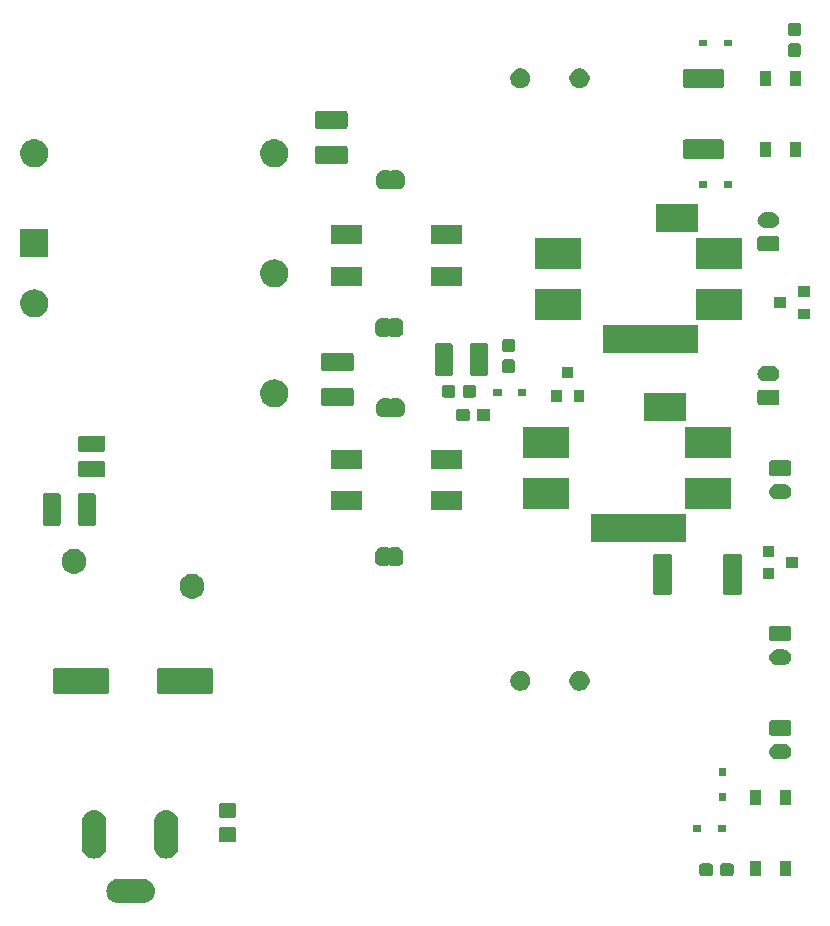
<source format=gts>
G04 #@! TF.GenerationSoftware,KiCad,Pcbnew,(5.1.5-0)*
G04 #@! TF.CreationDate,2021-01-13T09:50:44-07:00*
G04 #@! TF.ProjectId,power_cui,706f7765-725f-4637-9569-2e6b69636164,rev?*
G04 #@! TF.SameCoordinates,Original*
G04 #@! TF.FileFunction,Soldermask,Top*
G04 #@! TF.FilePolarity,Negative*
%FSLAX46Y46*%
G04 Gerber Fmt 4.6, Leading zero omitted, Abs format (unit mm)*
G04 Created by KiCad (PCBNEW (5.1.5-0)) date 2021-01-13 09:50:44*
%MOMM*%
%LPD*%
G04 APERTURE LIST*
%ADD10C,0.100000*%
G04 APERTURE END LIST*
D10*
G36*
X98103097Y-132754069D02*
G01*
X98206032Y-132764207D01*
X98404146Y-132824305D01*
X98404149Y-132824306D01*
X98500975Y-132876061D01*
X98586729Y-132921897D01*
X98746765Y-133053235D01*
X98878103Y-133213271D01*
X98923939Y-133299025D01*
X98975694Y-133395851D01*
X98975695Y-133395854D01*
X99035793Y-133593968D01*
X99056085Y-133800000D01*
X99035793Y-134006032D01*
X98975695Y-134204146D01*
X98975694Y-134204149D01*
X98923939Y-134300975D01*
X98878103Y-134386729D01*
X98746765Y-134546765D01*
X98586729Y-134678103D01*
X98500975Y-134723939D01*
X98404149Y-134775694D01*
X98404146Y-134775695D01*
X98206032Y-134835793D01*
X98103097Y-134845931D01*
X98051631Y-134851000D01*
X95948369Y-134851000D01*
X95896903Y-134845931D01*
X95793968Y-134835793D01*
X95595854Y-134775695D01*
X95595851Y-134775694D01*
X95499025Y-134723939D01*
X95413271Y-134678103D01*
X95253235Y-134546765D01*
X95121897Y-134386729D01*
X95076061Y-134300975D01*
X95024306Y-134204149D01*
X95024305Y-134204146D01*
X94964207Y-134006032D01*
X94943915Y-133800000D01*
X94964207Y-133593968D01*
X95024305Y-133395854D01*
X95024306Y-133395851D01*
X95076061Y-133299025D01*
X95121897Y-133213271D01*
X95253235Y-133053235D01*
X95413271Y-132921897D01*
X95499025Y-132876061D01*
X95595851Y-132824306D01*
X95595854Y-132824305D01*
X95793968Y-132764207D01*
X95896903Y-132754069D01*
X95948369Y-132749000D01*
X98051631Y-132749000D01*
X98103097Y-132754069D01*
G37*
G36*
X152921000Y-132551000D02*
G01*
X152019000Y-132551000D01*
X152019000Y-131249000D01*
X152921000Y-131249000D01*
X152921000Y-132551000D01*
G37*
G36*
X150381000Y-132551000D02*
G01*
X149479000Y-132551000D01*
X149479000Y-131249000D01*
X150381000Y-131249000D01*
X150381000Y-132551000D01*
G37*
G36*
X147889499Y-131478445D02*
G01*
X147926995Y-131489820D01*
X147961554Y-131508292D01*
X147991847Y-131533153D01*
X148016708Y-131563446D01*
X148035180Y-131598005D01*
X148046555Y-131635501D01*
X148051000Y-131680638D01*
X148051000Y-132319362D01*
X148046555Y-132364499D01*
X148035180Y-132401995D01*
X148016708Y-132436554D01*
X147991847Y-132466847D01*
X147961554Y-132491708D01*
X147926995Y-132510180D01*
X147889499Y-132521555D01*
X147844362Y-132526000D01*
X147105638Y-132526000D01*
X147060501Y-132521555D01*
X147023005Y-132510180D01*
X146988446Y-132491708D01*
X146958153Y-132466847D01*
X146933292Y-132436554D01*
X146914820Y-132401995D01*
X146903445Y-132364499D01*
X146899000Y-132319362D01*
X146899000Y-131680638D01*
X146903445Y-131635501D01*
X146914820Y-131598005D01*
X146933292Y-131563446D01*
X146958153Y-131533153D01*
X146988446Y-131508292D01*
X147023005Y-131489820D01*
X147060501Y-131478445D01*
X147105638Y-131474000D01*
X147844362Y-131474000D01*
X147889499Y-131478445D01*
G37*
G36*
X146139499Y-131478445D02*
G01*
X146176995Y-131489820D01*
X146211554Y-131508292D01*
X146241847Y-131533153D01*
X146266708Y-131563446D01*
X146285180Y-131598005D01*
X146296555Y-131635501D01*
X146301000Y-131680638D01*
X146301000Y-132319362D01*
X146296555Y-132364499D01*
X146285180Y-132401995D01*
X146266708Y-132436554D01*
X146241847Y-132466847D01*
X146211554Y-132491708D01*
X146176995Y-132510180D01*
X146139499Y-132521555D01*
X146094362Y-132526000D01*
X145355638Y-132526000D01*
X145310501Y-132521555D01*
X145273005Y-132510180D01*
X145238446Y-132491708D01*
X145208153Y-132466847D01*
X145183292Y-132436554D01*
X145164820Y-132401995D01*
X145153445Y-132364499D01*
X145149000Y-132319362D01*
X145149000Y-131680638D01*
X145153445Y-131635501D01*
X145164820Y-131598005D01*
X145183292Y-131563446D01*
X145208153Y-131533153D01*
X145238446Y-131508292D01*
X145273005Y-131489820D01*
X145310501Y-131478445D01*
X145355638Y-131474000D01*
X146094362Y-131474000D01*
X146139499Y-131478445D01*
G37*
G36*
X100206032Y-126964207D02*
G01*
X100404146Y-127024305D01*
X100404149Y-127024306D01*
X100500975Y-127076061D01*
X100586729Y-127121897D01*
X100746765Y-127253235D01*
X100878103Y-127413271D01*
X100888639Y-127432983D01*
X100975694Y-127595851D01*
X100975695Y-127595854D01*
X101035793Y-127793968D01*
X101051000Y-127948370D01*
X101051000Y-130051630D01*
X101035793Y-130206032D01*
X100975695Y-130404145D01*
X100975694Y-130404149D01*
X100923939Y-130500975D01*
X100878103Y-130586729D01*
X100746765Y-130746765D01*
X100586729Y-130878103D01*
X100470030Y-130940479D01*
X100404148Y-130975694D01*
X100404145Y-130975695D01*
X100206031Y-131035793D01*
X100000000Y-131056085D01*
X99793968Y-131035793D01*
X99595854Y-130975695D01*
X99595851Y-130975694D01*
X99499025Y-130923939D01*
X99413271Y-130878103D01*
X99253235Y-130746765D01*
X99121897Y-130586729D01*
X99024307Y-130404149D01*
X99024306Y-130404148D01*
X99024305Y-130404145D01*
X98964207Y-130206031D01*
X98949000Y-130051629D01*
X98949001Y-127948370D01*
X98964208Y-127793968D01*
X99024306Y-127595854D01*
X99024307Y-127595851D01*
X99111362Y-127432983D01*
X99121898Y-127413271D01*
X99253236Y-127253235D01*
X99413272Y-127121897D01*
X99499026Y-127076061D01*
X99595852Y-127024306D01*
X99595855Y-127024305D01*
X99793969Y-126964207D01*
X100000000Y-126943915D01*
X100206032Y-126964207D01*
G37*
G36*
X94106032Y-126964207D02*
G01*
X94304146Y-127024305D01*
X94304149Y-127024306D01*
X94400975Y-127076061D01*
X94486729Y-127121897D01*
X94646765Y-127253235D01*
X94778103Y-127413271D01*
X94788639Y-127432983D01*
X94875694Y-127595851D01*
X94875695Y-127595854D01*
X94935793Y-127793968D01*
X94951000Y-127948370D01*
X94951000Y-130051630D01*
X94935793Y-130206032D01*
X94875695Y-130404145D01*
X94875694Y-130404149D01*
X94823939Y-130500975D01*
X94778103Y-130586729D01*
X94646765Y-130746765D01*
X94486729Y-130878103D01*
X94370030Y-130940479D01*
X94304148Y-130975694D01*
X94304145Y-130975695D01*
X94106031Y-131035793D01*
X93900000Y-131056085D01*
X93693968Y-131035793D01*
X93495854Y-130975695D01*
X93495851Y-130975694D01*
X93399025Y-130923939D01*
X93313271Y-130878103D01*
X93153235Y-130746765D01*
X93021897Y-130586729D01*
X92924307Y-130404149D01*
X92924306Y-130404148D01*
X92924305Y-130404145D01*
X92864207Y-130206031D01*
X92849000Y-130051629D01*
X92849001Y-127948370D01*
X92864208Y-127793968D01*
X92924306Y-127595854D01*
X92924307Y-127595851D01*
X93011362Y-127432983D01*
X93021898Y-127413271D01*
X93153236Y-127253235D01*
X93313272Y-127121897D01*
X93399026Y-127076061D01*
X93495852Y-127024306D01*
X93495855Y-127024305D01*
X93693969Y-126964207D01*
X93900000Y-126943915D01*
X94106032Y-126964207D01*
G37*
G36*
X105788674Y-128403465D02*
G01*
X105826367Y-128414899D01*
X105861103Y-128433466D01*
X105891548Y-128458452D01*
X105916534Y-128488897D01*
X105935101Y-128523633D01*
X105946535Y-128561326D01*
X105951000Y-128606661D01*
X105951000Y-129443339D01*
X105946535Y-129488674D01*
X105935101Y-129526367D01*
X105916534Y-129561103D01*
X105891548Y-129591548D01*
X105861103Y-129616534D01*
X105826367Y-129635101D01*
X105788674Y-129646535D01*
X105743339Y-129651000D01*
X104656661Y-129651000D01*
X104611326Y-129646535D01*
X104573633Y-129635101D01*
X104538897Y-129616534D01*
X104508452Y-129591548D01*
X104483466Y-129561103D01*
X104464899Y-129526367D01*
X104453465Y-129488674D01*
X104449000Y-129443339D01*
X104449000Y-128606661D01*
X104453465Y-128561326D01*
X104464899Y-128523633D01*
X104483466Y-128488897D01*
X104508452Y-128458452D01*
X104538897Y-128433466D01*
X104573633Y-128414899D01*
X104611326Y-128403465D01*
X104656661Y-128399000D01*
X105743339Y-128399000D01*
X105788674Y-128403465D01*
G37*
G36*
X145301000Y-128776000D02*
G01*
X144599000Y-128776000D01*
X144599000Y-128224000D01*
X145301000Y-128224000D01*
X145301000Y-128776000D01*
G37*
G36*
X147401000Y-128776000D02*
G01*
X146699000Y-128776000D01*
X146699000Y-128224000D01*
X147401000Y-128224000D01*
X147401000Y-128776000D01*
G37*
G36*
X105788674Y-126353465D02*
G01*
X105826367Y-126364899D01*
X105861103Y-126383466D01*
X105891548Y-126408452D01*
X105916534Y-126438897D01*
X105935101Y-126473633D01*
X105946535Y-126511326D01*
X105951000Y-126556661D01*
X105951000Y-127393339D01*
X105946535Y-127438674D01*
X105935101Y-127476367D01*
X105916534Y-127511103D01*
X105891548Y-127541548D01*
X105861103Y-127566534D01*
X105826367Y-127585101D01*
X105788674Y-127596535D01*
X105743339Y-127601000D01*
X104656661Y-127601000D01*
X104611326Y-127596535D01*
X104573633Y-127585101D01*
X104538897Y-127566534D01*
X104508452Y-127541548D01*
X104483466Y-127511103D01*
X104464899Y-127476367D01*
X104453465Y-127438674D01*
X104449000Y-127393339D01*
X104449000Y-126556661D01*
X104453465Y-126511326D01*
X104464899Y-126473633D01*
X104483466Y-126438897D01*
X104508452Y-126408452D01*
X104538897Y-126383466D01*
X104573633Y-126364899D01*
X104611326Y-126353465D01*
X104656661Y-126349000D01*
X105743339Y-126349000D01*
X105788674Y-126353465D01*
G37*
G36*
X152921000Y-126551000D02*
G01*
X152019000Y-126551000D01*
X152019000Y-125249000D01*
X152921000Y-125249000D01*
X152921000Y-126551000D01*
G37*
G36*
X150381000Y-126551000D02*
G01*
X149479000Y-126551000D01*
X149479000Y-125249000D01*
X150381000Y-125249000D01*
X150381000Y-126551000D01*
G37*
G36*
X147376000Y-126201000D02*
G01*
X146824000Y-126201000D01*
X146824000Y-125499000D01*
X147376000Y-125499000D01*
X147376000Y-126201000D01*
G37*
G36*
X147376000Y-124101000D02*
G01*
X146824000Y-124101000D01*
X146824000Y-123399000D01*
X147376000Y-123399000D01*
X147376000Y-124101000D01*
G37*
G36*
X152338855Y-121352140D02*
G01*
X152402618Y-121358420D01*
X152493404Y-121385960D01*
X152525336Y-121395646D01*
X152638425Y-121456094D01*
X152737554Y-121537446D01*
X152818906Y-121636575D01*
X152879354Y-121749664D01*
X152879355Y-121749668D01*
X152916580Y-121872382D01*
X152929149Y-122000000D01*
X152916580Y-122127618D01*
X152889040Y-122218404D01*
X152879354Y-122250336D01*
X152818906Y-122363425D01*
X152737554Y-122462554D01*
X152638425Y-122543906D01*
X152525336Y-122604354D01*
X152493404Y-122614040D01*
X152402618Y-122641580D01*
X152338855Y-122647860D01*
X152306974Y-122651000D01*
X151693026Y-122651000D01*
X151661145Y-122647860D01*
X151597382Y-122641580D01*
X151506596Y-122614040D01*
X151474664Y-122604354D01*
X151361575Y-122543906D01*
X151262446Y-122462554D01*
X151181094Y-122363425D01*
X151120646Y-122250336D01*
X151110960Y-122218404D01*
X151083420Y-122127618D01*
X151070851Y-122000000D01*
X151083420Y-121872382D01*
X151120645Y-121749668D01*
X151120646Y-121749664D01*
X151181094Y-121636575D01*
X151262446Y-121537446D01*
X151361575Y-121456094D01*
X151474664Y-121395646D01*
X151506596Y-121385960D01*
X151597382Y-121358420D01*
X151661145Y-121352140D01*
X151693026Y-121349000D01*
X152306974Y-121349000D01*
X152338855Y-121352140D01*
G37*
G36*
X152766242Y-119353404D02*
G01*
X152803337Y-119364657D01*
X152837515Y-119382925D01*
X152867481Y-119407519D01*
X152892075Y-119437485D01*
X152910343Y-119471663D01*
X152921596Y-119508758D01*
X152926000Y-119553474D01*
X152926000Y-120446526D01*
X152921596Y-120491242D01*
X152910343Y-120528337D01*
X152892075Y-120562515D01*
X152867481Y-120592481D01*
X152837515Y-120617075D01*
X152803337Y-120635343D01*
X152766242Y-120646596D01*
X152721526Y-120651000D01*
X151278474Y-120651000D01*
X151233758Y-120646596D01*
X151196663Y-120635343D01*
X151162485Y-120617075D01*
X151132519Y-120592481D01*
X151107925Y-120562515D01*
X151089657Y-120528337D01*
X151078404Y-120491242D01*
X151074000Y-120446526D01*
X151074000Y-119553474D01*
X151078404Y-119508758D01*
X151089657Y-119471663D01*
X151107925Y-119437485D01*
X151132519Y-119407519D01*
X151162485Y-119382925D01*
X151196663Y-119364657D01*
X151233758Y-119353404D01*
X151278474Y-119349000D01*
X152721526Y-119349000D01*
X152766242Y-119353404D01*
G37*
G36*
X95016536Y-114902800D02*
G01*
X95047738Y-114912265D01*
X95076486Y-114927631D01*
X95101687Y-114948313D01*
X95122369Y-114973514D01*
X95137735Y-115002262D01*
X95147200Y-115033464D01*
X95151000Y-115072046D01*
X95151000Y-116927954D01*
X95147200Y-116966536D01*
X95137735Y-116997738D01*
X95122369Y-117026486D01*
X95101687Y-117051687D01*
X95076486Y-117072369D01*
X95047738Y-117087735D01*
X95016536Y-117097200D01*
X94977954Y-117101000D01*
X90622046Y-117101000D01*
X90583464Y-117097200D01*
X90552262Y-117087735D01*
X90523514Y-117072369D01*
X90498313Y-117051687D01*
X90477631Y-117026486D01*
X90462265Y-116997738D01*
X90452800Y-116966536D01*
X90449000Y-116927954D01*
X90449000Y-115072046D01*
X90452800Y-115033464D01*
X90462265Y-115002262D01*
X90477631Y-114973514D01*
X90498313Y-114948313D01*
X90523514Y-114927631D01*
X90552262Y-114912265D01*
X90583464Y-114902800D01*
X90622046Y-114899000D01*
X94977954Y-114899000D01*
X95016536Y-114902800D01*
G37*
G36*
X103816536Y-114902800D02*
G01*
X103847738Y-114912265D01*
X103876486Y-114927631D01*
X103901687Y-114948313D01*
X103922369Y-114973514D01*
X103937735Y-115002262D01*
X103947200Y-115033464D01*
X103951000Y-115072046D01*
X103951000Y-116927954D01*
X103947200Y-116966536D01*
X103937735Y-116997738D01*
X103922369Y-117026486D01*
X103901687Y-117051687D01*
X103876486Y-117072369D01*
X103847738Y-117087735D01*
X103816536Y-117097200D01*
X103777954Y-117101000D01*
X99422046Y-117101000D01*
X99383464Y-117097200D01*
X99352262Y-117087735D01*
X99323514Y-117072369D01*
X99298313Y-117051687D01*
X99277631Y-117026486D01*
X99262265Y-116997738D01*
X99252800Y-116966536D01*
X99249000Y-116927954D01*
X99249000Y-115072046D01*
X99252800Y-115033464D01*
X99262265Y-115002262D01*
X99277631Y-114973514D01*
X99298313Y-114948313D01*
X99323514Y-114927631D01*
X99352262Y-114912265D01*
X99383464Y-114902800D01*
X99422046Y-114899000D01*
X103777954Y-114899000D01*
X103816536Y-114902800D01*
G37*
G36*
X130248228Y-115181703D02*
G01*
X130403100Y-115245853D01*
X130542481Y-115338985D01*
X130661015Y-115457519D01*
X130754147Y-115596900D01*
X130818297Y-115751772D01*
X130851000Y-115916184D01*
X130851000Y-116083816D01*
X130818297Y-116248228D01*
X130754147Y-116403100D01*
X130661015Y-116542481D01*
X130542481Y-116661015D01*
X130403100Y-116754147D01*
X130248228Y-116818297D01*
X130083816Y-116851000D01*
X129916184Y-116851000D01*
X129751772Y-116818297D01*
X129596900Y-116754147D01*
X129457519Y-116661015D01*
X129338985Y-116542481D01*
X129245853Y-116403100D01*
X129181703Y-116248228D01*
X129149000Y-116083816D01*
X129149000Y-115916184D01*
X129181703Y-115751772D01*
X129245853Y-115596900D01*
X129338985Y-115457519D01*
X129457519Y-115338985D01*
X129596900Y-115245853D01*
X129751772Y-115181703D01*
X129916184Y-115149000D01*
X130083816Y-115149000D01*
X130248228Y-115181703D01*
G37*
G36*
X135248228Y-115181703D02*
G01*
X135403100Y-115245853D01*
X135542481Y-115338985D01*
X135661015Y-115457519D01*
X135754147Y-115596900D01*
X135818297Y-115751772D01*
X135851000Y-115916184D01*
X135851000Y-116083816D01*
X135818297Y-116248228D01*
X135754147Y-116403100D01*
X135661015Y-116542481D01*
X135542481Y-116661015D01*
X135403100Y-116754147D01*
X135248228Y-116818297D01*
X135083816Y-116851000D01*
X134916184Y-116851000D01*
X134751772Y-116818297D01*
X134596900Y-116754147D01*
X134457519Y-116661015D01*
X134338985Y-116542481D01*
X134245853Y-116403100D01*
X134181703Y-116248228D01*
X134149000Y-116083816D01*
X134149000Y-115916184D01*
X134181703Y-115751772D01*
X134245853Y-115596900D01*
X134338985Y-115457519D01*
X134457519Y-115338985D01*
X134596900Y-115245853D01*
X134751772Y-115181703D01*
X134916184Y-115149000D01*
X135083816Y-115149000D01*
X135248228Y-115181703D01*
G37*
G36*
X152338855Y-113352140D02*
G01*
X152402618Y-113358420D01*
X152493404Y-113385960D01*
X152525336Y-113395646D01*
X152638425Y-113456094D01*
X152737554Y-113537446D01*
X152818906Y-113636575D01*
X152879354Y-113749664D01*
X152879355Y-113749668D01*
X152916580Y-113872382D01*
X152929149Y-114000000D01*
X152916580Y-114127618D01*
X152889040Y-114218404D01*
X152879354Y-114250336D01*
X152818906Y-114363425D01*
X152737554Y-114462554D01*
X152638425Y-114543906D01*
X152525336Y-114604354D01*
X152493404Y-114614040D01*
X152402618Y-114641580D01*
X152338855Y-114647860D01*
X152306974Y-114651000D01*
X151693026Y-114651000D01*
X151661145Y-114647860D01*
X151597382Y-114641580D01*
X151506596Y-114614040D01*
X151474664Y-114604354D01*
X151361575Y-114543906D01*
X151262446Y-114462554D01*
X151181094Y-114363425D01*
X151120646Y-114250336D01*
X151110960Y-114218404D01*
X151083420Y-114127618D01*
X151070851Y-114000000D01*
X151083420Y-113872382D01*
X151120645Y-113749668D01*
X151120646Y-113749664D01*
X151181094Y-113636575D01*
X151262446Y-113537446D01*
X151361575Y-113456094D01*
X151474664Y-113395646D01*
X151506596Y-113385960D01*
X151597382Y-113358420D01*
X151661145Y-113352140D01*
X151693026Y-113349000D01*
X152306974Y-113349000D01*
X152338855Y-113352140D01*
G37*
G36*
X152766242Y-111353404D02*
G01*
X152803337Y-111364657D01*
X152837515Y-111382925D01*
X152867481Y-111407519D01*
X152892075Y-111437485D01*
X152910343Y-111471663D01*
X152921596Y-111508758D01*
X152926000Y-111553474D01*
X152926000Y-112446526D01*
X152921596Y-112491242D01*
X152910343Y-112528337D01*
X152892075Y-112562515D01*
X152867481Y-112592481D01*
X152837515Y-112617075D01*
X152803337Y-112635343D01*
X152766242Y-112646596D01*
X152721526Y-112651000D01*
X151278474Y-112651000D01*
X151233758Y-112646596D01*
X151196663Y-112635343D01*
X151162485Y-112617075D01*
X151132519Y-112592481D01*
X151107925Y-112562515D01*
X151089657Y-112528337D01*
X151078404Y-112491242D01*
X151074000Y-112446526D01*
X151074000Y-111553474D01*
X151078404Y-111508758D01*
X151089657Y-111471663D01*
X151107925Y-111437485D01*
X151132519Y-111407519D01*
X151162485Y-111382925D01*
X151196663Y-111364657D01*
X151233758Y-111353404D01*
X151278474Y-111349000D01*
X152721526Y-111349000D01*
X152766242Y-111353404D01*
G37*
G36*
X102506564Y-106989389D02*
G01*
X102697833Y-107068615D01*
X102697835Y-107068616D01*
X102869973Y-107183635D01*
X103016365Y-107330027D01*
X103131385Y-107502167D01*
X103210611Y-107693436D01*
X103251000Y-107896484D01*
X103251000Y-108103516D01*
X103210611Y-108306564D01*
X103147354Y-108459280D01*
X103131384Y-108497835D01*
X103016365Y-108669973D01*
X102869973Y-108816365D01*
X102697835Y-108931384D01*
X102697834Y-108931385D01*
X102697833Y-108931385D01*
X102506564Y-109010611D01*
X102303516Y-109051000D01*
X102096484Y-109051000D01*
X101893436Y-109010611D01*
X101702167Y-108931385D01*
X101702166Y-108931385D01*
X101702165Y-108931384D01*
X101530027Y-108816365D01*
X101383635Y-108669973D01*
X101268616Y-108497835D01*
X101252646Y-108459280D01*
X101189389Y-108306564D01*
X101149000Y-108103516D01*
X101149000Y-107896484D01*
X101189389Y-107693436D01*
X101268615Y-107502167D01*
X101383635Y-107330027D01*
X101530027Y-107183635D01*
X101702165Y-107068616D01*
X101702167Y-107068615D01*
X101893436Y-106989389D01*
X102096484Y-106949000D01*
X102303516Y-106949000D01*
X102506564Y-106989389D01*
G37*
G36*
X148653820Y-105278103D02*
G01*
X148687985Y-105288467D01*
X148719464Y-105305293D01*
X148747060Y-105327940D01*
X148769707Y-105355536D01*
X148786533Y-105387015D01*
X148796897Y-105421180D01*
X148801000Y-105462842D01*
X148801000Y-108537158D01*
X148796897Y-108578820D01*
X148786533Y-108612985D01*
X148769707Y-108644464D01*
X148747060Y-108672060D01*
X148719464Y-108694707D01*
X148687985Y-108711533D01*
X148653820Y-108721897D01*
X148612158Y-108726000D01*
X147362842Y-108726000D01*
X147321180Y-108721897D01*
X147287015Y-108711533D01*
X147255536Y-108694707D01*
X147227940Y-108672060D01*
X147205293Y-108644464D01*
X147188467Y-108612985D01*
X147178103Y-108578820D01*
X147174000Y-108537158D01*
X147174000Y-105462842D01*
X147178103Y-105421180D01*
X147188467Y-105387015D01*
X147205293Y-105355536D01*
X147227940Y-105327940D01*
X147255536Y-105305293D01*
X147287015Y-105288467D01*
X147321180Y-105278103D01*
X147362842Y-105274000D01*
X148612158Y-105274000D01*
X148653820Y-105278103D01*
G37*
G36*
X142678820Y-105278103D02*
G01*
X142712985Y-105288467D01*
X142744464Y-105305293D01*
X142772060Y-105327940D01*
X142794707Y-105355536D01*
X142811533Y-105387015D01*
X142821897Y-105421180D01*
X142826000Y-105462842D01*
X142826000Y-108537158D01*
X142821897Y-108578820D01*
X142811533Y-108612985D01*
X142794707Y-108644464D01*
X142772060Y-108672060D01*
X142744464Y-108694707D01*
X142712985Y-108711533D01*
X142678820Y-108721897D01*
X142637158Y-108726000D01*
X141387842Y-108726000D01*
X141346180Y-108721897D01*
X141312015Y-108711533D01*
X141280536Y-108694707D01*
X141252940Y-108672060D01*
X141230293Y-108644464D01*
X141213467Y-108612985D01*
X141203103Y-108578820D01*
X141199000Y-108537158D01*
X141199000Y-105462842D01*
X141203103Y-105421180D01*
X141213467Y-105387015D01*
X141230293Y-105355536D01*
X141252940Y-105327940D01*
X141280536Y-105305293D01*
X141312015Y-105288467D01*
X141346180Y-105278103D01*
X141387842Y-105274000D01*
X142637158Y-105274000D01*
X142678820Y-105278103D01*
G37*
G36*
X151501000Y-107401000D02*
G01*
X150499000Y-107401000D01*
X150499000Y-106499000D01*
X151501000Y-106499000D01*
X151501000Y-107401000D01*
G37*
G36*
X92506564Y-104889389D02*
G01*
X92697833Y-104968615D01*
X92697835Y-104968616D01*
X92715450Y-104980386D01*
X92869973Y-105083635D01*
X93016365Y-105230027D01*
X93131385Y-105402167D01*
X93210611Y-105593436D01*
X93251000Y-105796484D01*
X93251000Y-106003516D01*
X93210611Y-106206564D01*
X93131385Y-106397833D01*
X93131384Y-106397835D01*
X93016365Y-106569973D01*
X92869973Y-106716365D01*
X92697835Y-106831384D01*
X92697834Y-106831385D01*
X92697833Y-106831385D01*
X92506564Y-106910611D01*
X92303516Y-106951000D01*
X92096484Y-106951000D01*
X91893436Y-106910611D01*
X91702167Y-106831385D01*
X91702166Y-106831385D01*
X91702165Y-106831384D01*
X91530027Y-106716365D01*
X91383635Y-106569973D01*
X91268616Y-106397835D01*
X91268615Y-106397833D01*
X91189389Y-106206564D01*
X91149000Y-106003516D01*
X91149000Y-105796484D01*
X91189389Y-105593436D01*
X91268615Y-105402167D01*
X91383635Y-105230027D01*
X91530027Y-105083635D01*
X91684550Y-104980386D01*
X91702165Y-104968616D01*
X91702167Y-104968615D01*
X91893436Y-104889389D01*
X92096484Y-104849000D01*
X92303516Y-104849000D01*
X92506564Y-104889389D01*
G37*
G36*
X153501000Y-106451000D02*
G01*
X152499000Y-106451000D01*
X152499000Y-105549000D01*
X153501000Y-105549000D01*
X153501000Y-106451000D01*
G37*
G36*
X118759999Y-104699737D02*
G01*
X118769608Y-104702652D01*
X118778472Y-104707390D01*
X118786237Y-104713763D01*
X118796448Y-104726206D01*
X118803378Y-104736575D01*
X118820705Y-104753902D01*
X118841080Y-104767515D01*
X118863720Y-104776891D01*
X118887753Y-104781671D01*
X118912257Y-104781670D01*
X118936290Y-104776888D01*
X118958929Y-104767510D01*
X118979302Y-104753895D01*
X118996629Y-104736568D01*
X119003558Y-104726198D01*
X119013763Y-104713763D01*
X119021528Y-104707390D01*
X119030392Y-104702652D01*
X119040001Y-104699737D01*
X119056140Y-104698148D01*
X119543861Y-104698148D01*
X119562199Y-104699954D01*
X119574450Y-104700556D01*
X119592869Y-104700556D01*
X119615149Y-104702750D01*
X119699233Y-104719476D01*
X119720660Y-104725976D01*
X119799858Y-104758780D01*
X119805303Y-104761691D01*
X119805309Y-104761693D01*
X119814169Y-104766429D01*
X119814173Y-104766432D01*
X119819614Y-104769340D01*
X119890899Y-104816971D01*
X119908204Y-104831172D01*
X119968828Y-104891796D01*
X119983029Y-104909101D01*
X120030660Y-104980386D01*
X120033568Y-104985827D01*
X120033571Y-104985831D01*
X120038307Y-104994691D01*
X120038309Y-104994697D01*
X120041220Y-105000142D01*
X120074024Y-105079340D01*
X120080524Y-105100767D01*
X120097250Y-105184851D01*
X120099444Y-105207131D01*
X120099444Y-105225550D01*
X120100046Y-105237801D01*
X120101852Y-105256139D01*
X120101852Y-105743862D01*
X120100046Y-105762199D01*
X120099444Y-105774450D01*
X120099444Y-105792869D01*
X120097250Y-105815149D01*
X120080524Y-105899233D01*
X120074024Y-105920660D01*
X120041220Y-105999858D01*
X120038309Y-106005303D01*
X120038307Y-106005309D01*
X120033571Y-106014169D01*
X120033568Y-106014173D01*
X120030660Y-106019614D01*
X119983029Y-106090899D01*
X119968828Y-106108204D01*
X119908204Y-106168828D01*
X119890899Y-106183029D01*
X119819614Y-106230660D01*
X119814173Y-106233568D01*
X119814169Y-106233571D01*
X119805309Y-106238307D01*
X119805303Y-106238309D01*
X119799858Y-106241220D01*
X119720660Y-106274024D01*
X119699233Y-106280524D01*
X119615149Y-106297250D01*
X119592869Y-106299444D01*
X119574450Y-106299444D01*
X119562199Y-106300046D01*
X119543862Y-106301852D01*
X119056140Y-106301852D01*
X119040001Y-106300263D01*
X119030392Y-106297348D01*
X119021528Y-106292610D01*
X119013763Y-106286237D01*
X119003552Y-106273794D01*
X118996622Y-106263425D01*
X118979295Y-106246098D01*
X118958920Y-106232485D01*
X118936280Y-106223109D01*
X118912247Y-106218329D01*
X118887743Y-106218330D01*
X118863710Y-106223112D01*
X118841071Y-106232490D01*
X118820698Y-106246105D01*
X118803371Y-106263432D01*
X118796442Y-106273802D01*
X118786237Y-106286237D01*
X118778472Y-106292610D01*
X118769608Y-106297348D01*
X118759999Y-106300263D01*
X118743860Y-106301852D01*
X118256138Y-106301852D01*
X118237801Y-106300046D01*
X118225550Y-106299444D01*
X118207131Y-106299444D01*
X118184851Y-106297250D01*
X118100767Y-106280524D01*
X118079340Y-106274024D01*
X118000142Y-106241220D01*
X117994697Y-106238309D01*
X117994691Y-106238307D01*
X117985831Y-106233571D01*
X117985827Y-106233568D01*
X117980386Y-106230660D01*
X117909101Y-106183029D01*
X117891796Y-106168828D01*
X117831172Y-106108204D01*
X117816971Y-106090899D01*
X117769340Y-106019614D01*
X117766432Y-106014173D01*
X117766429Y-106014169D01*
X117761693Y-106005309D01*
X117761691Y-106005303D01*
X117758780Y-105999858D01*
X117725976Y-105920660D01*
X117719476Y-105899233D01*
X117702750Y-105815149D01*
X117700556Y-105792869D01*
X117700556Y-105774450D01*
X117699954Y-105762199D01*
X117698148Y-105743862D01*
X117698148Y-105256139D01*
X117699954Y-105237801D01*
X117700556Y-105225550D01*
X117700556Y-105207131D01*
X117702750Y-105184851D01*
X117719476Y-105100767D01*
X117725976Y-105079340D01*
X117758780Y-105000142D01*
X117761691Y-104994697D01*
X117761693Y-104994691D01*
X117766429Y-104985831D01*
X117766432Y-104985827D01*
X117769340Y-104980386D01*
X117816971Y-104909101D01*
X117831172Y-104891796D01*
X117891796Y-104831172D01*
X117909101Y-104816971D01*
X117980386Y-104769340D01*
X117985827Y-104766432D01*
X117985831Y-104766429D01*
X117994691Y-104761693D01*
X117994697Y-104761691D01*
X118000142Y-104758780D01*
X118079340Y-104725976D01*
X118100767Y-104719476D01*
X118184851Y-104702750D01*
X118207131Y-104700556D01*
X118225550Y-104700556D01*
X118237801Y-104699954D01*
X118256139Y-104698148D01*
X118743860Y-104698148D01*
X118759999Y-104699737D01*
G37*
G36*
X151501000Y-105501000D02*
G01*
X150499000Y-105501000D01*
X150499000Y-104599000D01*
X151501000Y-104599000D01*
X151501000Y-105501000D01*
G37*
G36*
X144001000Y-104251000D02*
G01*
X135999000Y-104251000D01*
X135999000Y-101849000D01*
X144001000Y-101849000D01*
X144001000Y-104251000D01*
G37*
G36*
X90925562Y-100128181D02*
G01*
X90960481Y-100138774D01*
X90992663Y-100155976D01*
X91020873Y-100179127D01*
X91044024Y-100207337D01*
X91061226Y-100239519D01*
X91071819Y-100274438D01*
X91076000Y-100316895D01*
X91076000Y-102683105D01*
X91071819Y-102725562D01*
X91061226Y-102760481D01*
X91044024Y-102792663D01*
X91020873Y-102820873D01*
X90992663Y-102844024D01*
X90960481Y-102861226D01*
X90925562Y-102871819D01*
X90883105Y-102876000D01*
X89741895Y-102876000D01*
X89699438Y-102871819D01*
X89664519Y-102861226D01*
X89632337Y-102844024D01*
X89604127Y-102820873D01*
X89580976Y-102792663D01*
X89563774Y-102760481D01*
X89553181Y-102725562D01*
X89549000Y-102683105D01*
X89549000Y-100316895D01*
X89553181Y-100274438D01*
X89563774Y-100239519D01*
X89580976Y-100207337D01*
X89604127Y-100179127D01*
X89632337Y-100155976D01*
X89664519Y-100138774D01*
X89699438Y-100128181D01*
X89741895Y-100124000D01*
X90883105Y-100124000D01*
X90925562Y-100128181D01*
G37*
G36*
X93900562Y-100128181D02*
G01*
X93935481Y-100138774D01*
X93967663Y-100155976D01*
X93995873Y-100179127D01*
X94019024Y-100207337D01*
X94036226Y-100239519D01*
X94046819Y-100274438D01*
X94051000Y-100316895D01*
X94051000Y-102683105D01*
X94046819Y-102725562D01*
X94036226Y-102760481D01*
X94019024Y-102792663D01*
X93995873Y-102820873D01*
X93967663Y-102844024D01*
X93935481Y-102861226D01*
X93900562Y-102871819D01*
X93858105Y-102876000D01*
X92716895Y-102876000D01*
X92674438Y-102871819D01*
X92639519Y-102861226D01*
X92607337Y-102844024D01*
X92579127Y-102820873D01*
X92555976Y-102792663D01*
X92538774Y-102760481D01*
X92528181Y-102725562D01*
X92524000Y-102683105D01*
X92524000Y-100316895D01*
X92528181Y-100274438D01*
X92538774Y-100239519D01*
X92555976Y-100207337D01*
X92579127Y-100179127D01*
X92607337Y-100155976D01*
X92639519Y-100138774D01*
X92674438Y-100128181D01*
X92716895Y-100124000D01*
X93858105Y-100124000D01*
X93900562Y-100128181D01*
G37*
G36*
X116551000Y-101551000D02*
G01*
X113949000Y-101551000D01*
X113949000Y-99949000D01*
X116551000Y-99949000D01*
X116551000Y-101551000D01*
G37*
G36*
X125051000Y-101551000D02*
G01*
X122449000Y-101551000D01*
X122449000Y-99949000D01*
X125051000Y-99949000D01*
X125051000Y-101551000D01*
G37*
G36*
X134101000Y-101451000D02*
G01*
X130199000Y-101451000D01*
X130199000Y-98849000D01*
X134101000Y-98849000D01*
X134101000Y-101451000D01*
G37*
G36*
X147801000Y-101451000D02*
G01*
X143899000Y-101451000D01*
X143899000Y-98849000D01*
X147801000Y-98849000D01*
X147801000Y-101451000D01*
G37*
G36*
X152338855Y-99352140D02*
G01*
X152402618Y-99358420D01*
X152493404Y-99385960D01*
X152525336Y-99395646D01*
X152638425Y-99456094D01*
X152737554Y-99537446D01*
X152818906Y-99636575D01*
X152879354Y-99749664D01*
X152879355Y-99749668D01*
X152916580Y-99872382D01*
X152929149Y-100000000D01*
X152916580Y-100127618D01*
X152903982Y-100169148D01*
X152879354Y-100250336D01*
X152818906Y-100363425D01*
X152737554Y-100462554D01*
X152638425Y-100543906D01*
X152525336Y-100604354D01*
X152493404Y-100614040D01*
X152402618Y-100641580D01*
X152338855Y-100647860D01*
X152306974Y-100651000D01*
X151693026Y-100651000D01*
X151661145Y-100647860D01*
X151597382Y-100641580D01*
X151506596Y-100614040D01*
X151474664Y-100604354D01*
X151361575Y-100543906D01*
X151262446Y-100462554D01*
X151181094Y-100363425D01*
X151120646Y-100250336D01*
X151096018Y-100169148D01*
X151083420Y-100127618D01*
X151070851Y-100000000D01*
X151083420Y-99872382D01*
X151120645Y-99749668D01*
X151120646Y-99749664D01*
X151181094Y-99636575D01*
X151262446Y-99537446D01*
X151361575Y-99456094D01*
X151474664Y-99395646D01*
X151506596Y-99385960D01*
X151597382Y-99358420D01*
X151661145Y-99352140D01*
X151693026Y-99349000D01*
X152306974Y-99349000D01*
X152338855Y-99352140D01*
G37*
G36*
X94693604Y-97403347D02*
G01*
X94730144Y-97414432D01*
X94763821Y-97432433D01*
X94793341Y-97456659D01*
X94817567Y-97486179D01*
X94835568Y-97519856D01*
X94846653Y-97556396D01*
X94851000Y-97600538D01*
X94851000Y-98549462D01*
X94846653Y-98593604D01*
X94835568Y-98630144D01*
X94817567Y-98663821D01*
X94793341Y-98693341D01*
X94763821Y-98717567D01*
X94730144Y-98735568D01*
X94693604Y-98746653D01*
X94649462Y-98751000D01*
X92750538Y-98751000D01*
X92706396Y-98746653D01*
X92669856Y-98735568D01*
X92636179Y-98717567D01*
X92606659Y-98693341D01*
X92582433Y-98663821D01*
X92564432Y-98630144D01*
X92553347Y-98593604D01*
X92549000Y-98549462D01*
X92549000Y-97600538D01*
X92553347Y-97556396D01*
X92564432Y-97519856D01*
X92582433Y-97486179D01*
X92606659Y-97456659D01*
X92636179Y-97432433D01*
X92669856Y-97414432D01*
X92706396Y-97403347D01*
X92750538Y-97399000D01*
X94649462Y-97399000D01*
X94693604Y-97403347D01*
G37*
G36*
X152766242Y-97353404D02*
G01*
X152803337Y-97364657D01*
X152837515Y-97382925D01*
X152867481Y-97407519D01*
X152892075Y-97437485D01*
X152910343Y-97471663D01*
X152921596Y-97508758D01*
X152926000Y-97553474D01*
X152926000Y-98446526D01*
X152921596Y-98491242D01*
X152910343Y-98528337D01*
X152892075Y-98562515D01*
X152867481Y-98592481D01*
X152837515Y-98617075D01*
X152803337Y-98635343D01*
X152766242Y-98646596D01*
X152721526Y-98651000D01*
X151278474Y-98651000D01*
X151233758Y-98646596D01*
X151196663Y-98635343D01*
X151162485Y-98617075D01*
X151132519Y-98592481D01*
X151107925Y-98562515D01*
X151089657Y-98528337D01*
X151078404Y-98491242D01*
X151074000Y-98446526D01*
X151074000Y-97553474D01*
X151078404Y-97508758D01*
X151089657Y-97471663D01*
X151107925Y-97437485D01*
X151132519Y-97407519D01*
X151162485Y-97382925D01*
X151196663Y-97364657D01*
X151233758Y-97353404D01*
X151278474Y-97349000D01*
X152721526Y-97349000D01*
X152766242Y-97353404D01*
G37*
G36*
X125051000Y-98051000D02*
G01*
X122449000Y-98051000D01*
X122449000Y-96449000D01*
X125051000Y-96449000D01*
X125051000Y-98051000D01*
G37*
G36*
X116551000Y-98051000D02*
G01*
X113949000Y-98051000D01*
X113949000Y-96449000D01*
X116551000Y-96449000D01*
X116551000Y-98051000D01*
G37*
G36*
X147801000Y-97151000D02*
G01*
X143899000Y-97151000D01*
X143899000Y-94549000D01*
X147801000Y-94549000D01*
X147801000Y-97151000D01*
G37*
G36*
X134101000Y-97151000D02*
G01*
X130199000Y-97151000D01*
X130199000Y-94549000D01*
X134101000Y-94549000D01*
X134101000Y-97151000D01*
G37*
G36*
X94693604Y-95253347D02*
G01*
X94730144Y-95264432D01*
X94763821Y-95282433D01*
X94793341Y-95306659D01*
X94817567Y-95336179D01*
X94835568Y-95369856D01*
X94846653Y-95406396D01*
X94851000Y-95450538D01*
X94851000Y-96399462D01*
X94846653Y-96443604D01*
X94835568Y-96480144D01*
X94817567Y-96513821D01*
X94793341Y-96543341D01*
X94763821Y-96567567D01*
X94730144Y-96585568D01*
X94693604Y-96596653D01*
X94649462Y-96601000D01*
X92750538Y-96601000D01*
X92706396Y-96596653D01*
X92669856Y-96585568D01*
X92636179Y-96567567D01*
X92606659Y-96543341D01*
X92582433Y-96513821D01*
X92564432Y-96480144D01*
X92553347Y-96443604D01*
X92549000Y-96399462D01*
X92549000Y-95450538D01*
X92553347Y-95406396D01*
X92564432Y-95369856D01*
X92582433Y-95336179D01*
X92606659Y-95306659D01*
X92636179Y-95282433D01*
X92669856Y-95264432D01*
X92706396Y-95253347D01*
X92750538Y-95249000D01*
X94649462Y-95249000D01*
X94693604Y-95253347D01*
G37*
G36*
X144001000Y-94051000D02*
G01*
X140499000Y-94051000D01*
X140499000Y-91649000D01*
X144001000Y-91649000D01*
X144001000Y-94051000D01*
G37*
G36*
X127289499Y-92978445D02*
G01*
X127326995Y-92989820D01*
X127361554Y-93008292D01*
X127391847Y-93033153D01*
X127416708Y-93063446D01*
X127435180Y-93098005D01*
X127446555Y-93135501D01*
X127451000Y-93180638D01*
X127451000Y-93819362D01*
X127446555Y-93864499D01*
X127435180Y-93901995D01*
X127416708Y-93936554D01*
X127391847Y-93966847D01*
X127361554Y-93991708D01*
X127326995Y-94010180D01*
X127289499Y-94021555D01*
X127244362Y-94026000D01*
X126505638Y-94026000D01*
X126460501Y-94021555D01*
X126423005Y-94010180D01*
X126388446Y-93991708D01*
X126358153Y-93966847D01*
X126333292Y-93936554D01*
X126314820Y-93901995D01*
X126303445Y-93864499D01*
X126299000Y-93819362D01*
X126299000Y-93180638D01*
X126303445Y-93135501D01*
X126314820Y-93098005D01*
X126333292Y-93063446D01*
X126358153Y-93033153D01*
X126388446Y-93008292D01*
X126423005Y-92989820D01*
X126460501Y-92978445D01*
X126505638Y-92974000D01*
X127244362Y-92974000D01*
X127289499Y-92978445D01*
G37*
G36*
X125539499Y-92978445D02*
G01*
X125576995Y-92989820D01*
X125611554Y-93008292D01*
X125641847Y-93033153D01*
X125666708Y-93063446D01*
X125685180Y-93098005D01*
X125696555Y-93135501D01*
X125701000Y-93180638D01*
X125701000Y-93819362D01*
X125696555Y-93864499D01*
X125685180Y-93901995D01*
X125666708Y-93936554D01*
X125641847Y-93966847D01*
X125611554Y-93991708D01*
X125576995Y-94010180D01*
X125539499Y-94021555D01*
X125494362Y-94026000D01*
X124755638Y-94026000D01*
X124710501Y-94021555D01*
X124673005Y-94010180D01*
X124638446Y-93991708D01*
X124608153Y-93966847D01*
X124583292Y-93936554D01*
X124564820Y-93901995D01*
X124553445Y-93864499D01*
X124549000Y-93819362D01*
X124549000Y-93180638D01*
X124553445Y-93135501D01*
X124564820Y-93098005D01*
X124583292Y-93063446D01*
X124608153Y-93033153D01*
X124638446Y-93008292D01*
X124673005Y-92989820D01*
X124710501Y-92978445D01*
X124755638Y-92974000D01*
X125494362Y-92974000D01*
X125539499Y-92978445D01*
G37*
G36*
X118859999Y-92099737D02*
G01*
X118869608Y-92102652D01*
X118878472Y-92107390D01*
X118886237Y-92113763D01*
X118896448Y-92126206D01*
X118903378Y-92136575D01*
X118920705Y-92153902D01*
X118941080Y-92167515D01*
X118963720Y-92176891D01*
X118987753Y-92181671D01*
X119012257Y-92181670D01*
X119036290Y-92176888D01*
X119058929Y-92167510D01*
X119079302Y-92153895D01*
X119096629Y-92136568D01*
X119103558Y-92126198D01*
X119113763Y-92113763D01*
X119121528Y-92107390D01*
X119130392Y-92102652D01*
X119140001Y-92099737D01*
X119156140Y-92098148D01*
X119643861Y-92098148D01*
X119662199Y-92099954D01*
X119674450Y-92100556D01*
X119692869Y-92100556D01*
X119715149Y-92102750D01*
X119799233Y-92119476D01*
X119820660Y-92125976D01*
X119899858Y-92158780D01*
X119905303Y-92161691D01*
X119905309Y-92161693D01*
X119914169Y-92166429D01*
X119914173Y-92166432D01*
X119919614Y-92169340D01*
X119990899Y-92216971D01*
X120008204Y-92231172D01*
X120068828Y-92291796D01*
X120083029Y-92309101D01*
X120130660Y-92380386D01*
X120133568Y-92385827D01*
X120133571Y-92385831D01*
X120138307Y-92394691D01*
X120138309Y-92394697D01*
X120141220Y-92400142D01*
X120174024Y-92479340D01*
X120180524Y-92500767D01*
X120197250Y-92584851D01*
X120199444Y-92607131D01*
X120199444Y-92625550D01*
X120200046Y-92637801D01*
X120201852Y-92656139D01*
X120201852Y-93143862D01*
X120200046Y-93162199D01*
X120199444Y-93174450D01*
X120199444Y-93192869D01*
X120197250Y-93215149D01*
X120180524Y-93299233D01*
X120174024Y-93320660D01*
X120141220Y-93399858D01*
X120138309Y-93405303D01*
X120138307Y-93405309D01*
X120133571Y-93414169D01*
X120133568Y-93414173D01*
X120130660Y-93419614D01*
X120083029Y-93490899D01*
X120068828Y-93508204D01*
X120008204Y-93568828D01*
X119990899Y-93583029D01*
X119919614Y-93630660D01*
X119914173Y-93633568D01*
X119914169Y-93633571D01*
X119905309Y-93638307D01*
X119905303Y-93638309D01*
X119899858Y-93641220D01*
X119820660Y-93674024D01*
X119799233Y-93680524D01*
X119715149Y-93697250D01*
X119692869Y-93699444D01*
X119674450Y-93699444D01*
X119662199Y-93700046D01*
X119643862Y-93701852D01*
X119156140Y-93701852D01*
X119140001Y-93700263D01*
X119130392Y-93697348D01*
X119121528Y-93692610D01*
X119113763Y-93686237D01*
X119103552Y-93673794D01*
X119096622Y-93663425D01*
X119079295Y-93646098D01*
X119058920Y-93632485D01*
X119036280Y-93623109D01*
X119012247Y-93618329D01*
X118987743Y-93618330D01*
X118963710Y-93623112D01*
X118941071Y-93632490D01*
X118920698Y-93646105D01*
X118903371Y-93663432D01*
X118896442Y-93673802D01*
X118886237Y-93686237D01*
X118878472Y-93692610D01*
X118869608Y-93697348D01*
X118859999Y-93700263D01*
X118843860Y-93701852D01*
X118356138Y-93701852D01*
X118337801Y-93700046D01*
X118325550Y-93699444D01*
X118307131Y-93699444D01*
X118284851Y-93697250D01*
X118200767Y-93680524D01*
X118179340Y-93674024D01*
X118100142Y-93641220D01*
X118094697Y-93638309D01*
X118094691Y-93638307D01*
X118085831Y-93633571D01*
X118085827Y-93633568D01*
X118080386Y-93630660D01*
X118009101Y-93583029D01*
X117991796Y-93568828D01*
X117931172Y-93508204D01*
X117916971Y-93490899D01*
X117869340Y-93419614D01*
X117866432Y-93414173D01*
X117866429Y-93414169D01*
X117861693Y-93405309D01*
X117861691Y-93405303D01*
X117858780Y-93399858D01*
X117825976Y-93320660D01*
X117819476Y-93299233D01*
X117802750Y-93215149D01*
X117800556Y-93192869D01*
X117800556Y-93174450D01*
X117799954Y-93162199D01*
X117798148Y-93143862D01*
X117798148Y-92656139D01*
X117799954Y-92637801D01*
X117800556Y-92625550D01*
X117800556Y-92607131D01*
X117802750Y-92584851D01*
X117819476Y-92500767D01*
X117825976Y-92479340D01*
X117858780Y-92400142D01*
X117861691Y-92394697D01*
X117861693Y-92394691D01*
X117866429Y-92385831D01*
X117866432Y-92385827D01*
X117869340Y-92380386D01*
X117916971Y-92309101D01*
X117931172Y-92291796D01*
X117991796Y-92231172D01*
X118009101Y-92216971D01*
X118080386Y-92169340D01*
X118085827Y-92166432D01*
X118085831Y-92166429D01*
X118094691Y-92161693D01*
X118094697Y-92161691D01*
X118100142Y-92158780D01*
X118179340Y-92125976D01*
X118200767Y-92119476D01*
X118284851Y-92102750D01*
X118307131Y-92100556D01*
X118325550Y-92100556D01*
X118337801Y-92099954D01*
X118356139Y-92098148D01*
X118843860Y-92098148D01*
X118859999Y-92099737D01*
G37*
G36*
X109351560Y-90499064D02*
G01*
X109503027Y-90529193D01*
X109717045Y-90617842D01*
X109717046Y-90617843D01*
X109909654Y-90746539D01*
X110073461Y-90910346D01*
X110129370Y-90994020D01*
X110202158Y-91102955D01*
X110290807Y-91316973D01*
X110336000Y-91544174D01*
X110336000Y-91775826D01*
X110290807Y-92003027D01*
X110202158Y-92217045D01*
X110159258Y-92281249D01*
X110073461Y-92409654D01*
X109909654Y-92573461D01*
X109800199Y-92646596D01*
X109717045Y-92702158D01*
X109503027Y-92790807D01*
X109351560Y-92820936D01*
X109275827Y-92836000D01*
X109044173Y-92836000D01*
X108968440Y-92820936D01*
X108816973Y-92790807D01*
X108602955Y-92702158D01*
X108519801Y-92646596D01*
X108410346Y-92573461D01*
X108246539Y-92409654D01*
X108160742Y-92281249D01*
X108117842Y-92217045D01*
X108029193Y-92003027D01*
X107984000Y-91775826D01*
X107984000Y-91544174D01*
X108029193Y-91316973D01*
X108117842Y-91102955D01*
X108190630Y-90994020D01*
X108246539Y-90910346D01*
X108410346Y-90746539D01*
X108602954Y-90617843D01*
X108602955Y-90617842D01*
X108816973Y-90529193D01*
X108968440Y-90499064D01*
X109044173Y-90484000D01*
X109275827Y-90484000D01*
X109351560Y-90499064D01*
G37*
G36*
X115725562Y-91228181D02*
G01*
X115760481Y-91238774D01*
X115792663Y-91255976D01*
X115820873Y-91279127D01*
X115844024Y-91307337D01*
X115861226Y-91339519D01*
X115871819Y-91374438D01*
X115876000Y-91416895D01*
X115876000Y-92558105D01*
X115871819Y-92600562D01*
X115861226Y-92635481D01*
X115844024Y-92667663D01*
X115820873Y-92695873D01*
X115792663Y-92719024D01*
X115760481Y-92736226D01*
X115725562Y-92746819D01*
X115683105Y-92751000D01*
X113316895Y-92751000D01*
X113274438Y-92746819D01*
X113239519Y-92736226D01*
X113207337Y-92719024D01*
X113179127Y-92695873D01*
X113155976Y-92667663D01*
X113138774Y-92635481D01*
X113128181Y-92600562D01*
X113124000Y-92558105D01*
X113124000Y-91416895D01*
X113128181Y-91374438D01*
X113138774Y-91339519D01*
X113155976Y-91307337D01*
X113179127Y-91279127D01*
X113207337Y-91255976D01*
X113239519Y-91238774D01*
X113274438Y-91228181D01*
X113316895Y-91224000D01*
X115683105Y-91224000D01*
X115725562Y-91228181D01*
G37*
G36*
X151766242Y-91353404D02*
G01*
X151803337Y-91364657D01*
X151837515Y-91382925D01*
X151867481Y-91407519D01*
X151892075Y-91437485D01*
X151910343Y-91471663D01*
X151921596Y-91508758D01*
X151926000Y-91553474D01*
X151926000Y-92446526D01*
X151921596Y-92491242D01*
X151910343Y-92528337D01*
X151892075Y-92562515D01*
X151867481Y-92592481D01*
X151837515Y-92617075D01*
X151803337Y-92635343D01*
X151766242Y-92646596D01*
X151721526Y-92651000D01*
X150278474Y-92651000D01*
X150233758Y-92646596D01*
X150196663Y-92635343D01*
X150162485Y-92617075D01*
X150132519Y-92592481D01*
X150107925Y-92562515D01*
X150089657Y-92528337D01*
X150078404Y-92491242D01*
X150074000Y-92446526D01*
X150074000Y-91553474D01*
X150078404Y-91508758D01*
X150089657Y-91471663D01*
X150107925Y-91437485D01*
X150132519Y-91407519D01*
X150162485Y-91382925D01*
X150196663Y-91364657D01*
X150233758Y-91353404D01*
X150278474Y-91349000D01*
X151721526Y-91349000D01*
X151766242Y-91353404D01*
G37*
G36*
X133501000Y-92401000D02*
G01*
X132599000Y-92401000D01*
X132599000Y-91399000D01*
X133501000Y-91399000D01*
X133501000Y-92401000D01*
G37*
G36*
X135401000Y-92401000D02*
G01*
X134499000Y-92401000D01*
X134499000Y-91399000D01*
X135401000Y-91399000D01*
X135401000Y-92401000D01*
G37*
G36*
X124339499Y-90978445D02*
G01*
X124376995Y-90989820D01*
X124411554Y-91008292D01*
X124441847Y-91033153D01*
X124466708Y-91063446D01*
X124485180Y-91098005D01*
X124496555Y-91135501D01*
X124501000Y-91180638D01*
X124501000Y-91819362D01*
X124496555Y-91864499D01*
X124485180Y-91901995D01*
X124466708Y-91936554D01*
X124441847Y-91966847D01*
X124411554Y-91991708D01*
X124376995Y-92010180D01*
X124339499Y-92021555D01*
X124294362Y-92026000D01*
X123555638Y-92026000D01*
X123510501Y-92021555D01*
X123473005Y-92010180D01*
X123438446Y-91991708D01*
X123408153Y-91966847D01*
X123383292Y-91936554D01*
X123364820Y-91901995D01*
X123353445Y-91864499D01*
X123349000Y-91819362D01*
X123349000Y-91180638D01*
X123353445Y-91135501D01*
X123364820Y-91098005D01*
X123383292Y-91063446D01*
X123408153Y-91033153D01*
X123438446Y-91008292D01*
X123473005Y-90989820D01*
X123510501Y-90978445D01*
X123555638Y-90974000D01*
X124294362Y-90974000D01*
X124339499Y-90978445D01*
G37*
G36*
X126089499Y-90978445D02*
G01*
X126126995Y-90989820D01*
X126161554Y-91008292D01*
X126191847Y-91033153D01*
X126216708Y-91063446D01*
X126235180Y-91098005D01*
X126246555Y-91135501D01*
X126251000Y-91180638D01*
X126251000Y-91819362D01*
X126246555Y-91864499D01*
X126235180Y-91901995D01*
X126216708Y-91936554D01*
X126191847Y-91966847D01*
X126161554Y-91991708D01*
X126126995Y-92010180D01*
X126089499Y-92021555D01*
X126044362Y-92026000D01*
X125305638Y-92026000D01*
X125260501Y-92021555D01*
X125223005Y-92010180D01*
X125188446Y-91991708D01*
X125158153Y-91966847D01*
X125133292Y-91936554D01*
X125114820Y-91901995D01*
X125103445Y-91864499D01*
X125099000Y-91819362D01*
X125099000Y-91180638D01*
X125103445Y-91135501D01*
X125114820Y-91098005D01*
X125133292Y-91063446D01*
X125158153Y-91033153D01*
X125188446Y-91008292D01*
X125223005Y-90989820D01*
X125260501Y-90978445D01*
X125305638Y-90974000D01*
X126044362Y-90974000D01*
X126089499Y-90978445D01*
G37*
G36*
X128401000Y-91876000D02*
G01*
X127699000Y-91876000D01*
X127699000Y-91324000D01*
X128401000Y-91324000D01*
X128401000Y-91876000D01*
G37*
G36*
X130501000Y-91876000D02*
G01*
X129799000Y-91876000D01*
X129799000Y-91324000D01*
X130501000Y-91324000D01*
X130501000Y-91876000D01*
G37*
G36*
X151338855Y-89352140D02*
G01*
X151402618Y-89358420D01*
X151493404Y-89385960D01*
X151525336Y-89395646D01*
X151638425Y-89456094D01*
X151737554Y-89537446D01*
X151818906Y-89636575D01*
X151879354Y-89749664D01*
X151887343Y-89776000D01*
X151916580Y-89872382D01*
X151929149Y-90000000D01*
X151916580Y-90127618D01*
X151901903Y-90176000D01*
X151879354Y-90250336D01*
X151818906Y-90363425D01*
X151737554Y-90462554D01*
X151638425Y-90543906D01*
X151525336Y-90604354D01*
X151493404Y-90614040D01*
X151402618Y-90641580D01*
X151338855Y-90647860D01*
X151306974Y-90651000D01*
X150693026Y-90651000D01*
X150661145Y-90647860D01*
X150597382Y-90641580D01*
X150506596Y-90614040D01*
X150474664Y-90604354D01*
X150361575Y-90543906D01*
X150262446Y-90462554D01*
X150181094Y-90363425D01*
X150120646Y-90250336D01*
X150098097Y-90176000D01*
X150083420Y-90127618D01*
X150070851Y-90000000D01*
X150083420Y-89872382D01*
X150112657Y-89776000D01*
X150120646Y-89749664D01*
X150181094Y-89636575D01*
X150262446Y-89537446D01*
X150361575Y-89456094D01*
X150474664Y-89395646D01*
X150506596Y-89385960D01*
X150597382Y-89358420D01*
X150661145Y-89352140D01*
X150693026Y-89349000D01*
X151306974Y-89349000D01*
X151338855Y-89352140D01*
G37*
G36*
X134451000Y-90401000D02*
G01*
X133549000Y-90401000D01*
X133549000Y-89399000D01*
X134451000Y-89399000D01*
X134451000Y-90401000D01*
G37*
G36*
X127100562Y-87428181D02*
G01*
X127135481Y-87438774D01*
X127167663Y-87455976D01*
X127195873Y-87479127D01*
X127219024Y-87507337D01*
X127236226Y-87539519D01*
X127246819Y-87574438D01*
X127251000Y-87616895D01*
X127251000Y-89983105D01*
X127246819Y-90025562D01*
X127236226Y-90060481D01*
X127219024Y-90092663D01*
X127195873Y-90120873D01*
X127167663Y-90144024D01*
X127135481Y-90161226D01*
X127100562Y-90171819D01*
X127058105Y-90176000D01*
X125916895Y-90176000D01*
X125874438Y-90171819D01*
X125839519Y-90161226D01*
X125807337Y-90144024D01*
X125779127Y-90120873D01*
X125755976Y-90092663D01*
X125738774Y-90060481D01*
X125728181Y-90025562D01*
X125724000Y-89983105D01*
X125724000Y-87616895D01*
X125728181Y-87574438D01*
X125738774Y-87539519D01*
X125755976Y-87507337D01*
X125779127Y-87479127D01*
X125807337Y-87455976D01*
X125839519Y-87438774D01*
X125874438Y-87428181D01*
X125916895Y-87424000D01*
X127058105Y-87424000D01*
X127100562Y-87428181D01*
G37*
G36*
X124125562Y-87428181D02*
G01*
X124160481Y-87438774D01*
X124192663Y-87455976D01*
X124220873Y-87479127D01*
X124244024Y-87507337D01*
X124261226Y-87539519D01*
X124271819Y-87574438D01*
X124276000Y-87616895D01*
X124276000Y-89983105D01*
X124271819Y-90025562D01*
X124261226Y-90060481D01*
X124244024Y-90092663D01*
X124220873Y-90120873D01*
X124192663Y-90144024D01*
X124160481Y-90161226D01*
X124125562Y-90171819D01*
X124083105Y-90176000D01*
X122941895Y-90176000D01*
X122899438Y-90171819D01*
X122864519Y-90161226D01*
X122832337Y-90144024D01*
X122804127Y-90120873D01*
X122780976Y-90092663D01*
X122763774Y-90060481D01*
X122753181Y-90025562D01*
X122749000Y-89983105D01*
X122749000Y-87616895D01*
X122753181Y-87574438D01*
X122763774Y-87539519D01*
X122780976Y-87507337D01*
X122804127Y-87479127D01*
X122832337Y-87455976D01*
X122864519Y-87438774D01*
X122899438Y-87428181D01*
X122941895Y-87424000D01*
X124083105Y-87424000D01*
X124125562Y-87428181D01*
G37*
G36*
X129364499Y-88803445D02*
G01*
X129401995Y-88814820D01*
X129436554Y-88833292D01*
X129466847Y-88858153D01*
X129491708Y-88888446D01*
X129510180Y-88923005D01*
X129521555Y-88960501D01*
X129526000Y-89005638D01*
X129526000Y-89744362D01*
X129521555Y-89789499D01*
X129510180Y-89826995D01*
X129491708Y-89861554D01*
X129466847Y-89891847D01*
X129436554Y-89916708D01*
X129401995Y-89935180D01*
X129364499Y-89946555D01*
X129319362Y-89951000D01*
X128680638Y-89951000D01*
X128635501Y-89946555D01*
X128598005Y-89935180D01*
X128563446Y-89916708D01*
X128533153Y-89891847D01*
X128508292Y-89861554D01*
X128489820Y-89826995D01*
X128478445Y-89789499D01*
X128474000Y-89744362D01*
X128474000Y-89005638D01*
X128478445Y-88960501D01*
X128489820Y-88923005D01*
X128508292Y-88888446D01*
X128533153Y-88858153D01*
X128563446Y-88833292D01*
X128598005Y-88814820D01*
X128635501Y-88803445D01*
X128680638Y-88799000D01*
X129319362Y-88799000D01*
X129364499Y-88803445D01*
G37*
G36*
X115725562Y-88253181D02*
G01*
X115760481Y-88263774D01*
X115792663Y-88280976D01*
X115820873Y-88304127D01*
X115844024Y-88332337D01*
X115861226Y-88364519D01*
X115871819Y-88399438D01*
X115876000Y-88441895D01*
X115876000Y-89583105D01*
X115871819Y-89625562D01*
X115861226Y-89660481D01*
X115844024Y-89692663D01*
X115820873Y-89720873D01*
X115792663Y-89744024D01*
X115760481Y-89761226D01*
X115725562Y-89771819D01*
X115683105Y-89776000D01*
X113316895Y-89776000D01*
X113274438Y-89771819D01*
X113239519Y-89761226D01*
X113207337Y-89744024D01*
X113179127Y-89720873D01*
X113155976Y-89692663D01*
X113138774Y-89660481D01*
X113128181Y-89625562D01*
X113124000Y-89583105D01*
X113124000Y-88441895D01*
X113128181Y-88399438D01*
X113138774Y-88364519D01*
X113155976Y-88332337D01*
X113179127Y-88304127D01*
X113207337Y-88280976D01*
X113239519Y-88263774D01*
X113274438Y-88253181D01*
X113316895Y-88249000D01*
X115683105Y-88249000D01*
X115725562Y-88253181D01*
G37*
G36*
X145001000Y-88251000D02*
G01*
X136999000Y-88251000D01*
X136999000Y-85849000D01*
X145001000Y-85849000D01*
X145001000Y-88251000D01*
G37*
G36*
X129364499Y-87053445D02*
G01*
X129401995Y-87064820D01*
X129436554Y-87083292D01*
X129466847Y-87108153D01*
X129491708Y-87138446D01*
X129510180Y-87173005D01*
X129521555Y-87210501D01*
X129526000Y-87255638D01*
X129526000Y-87994362D01*
X129521555Y-88039499D01*
X129510180Y-88076995D01*
X129491708Y-88111554D01*
X129466847Y-88141847D01*
X129436554Y-88166708D01*
X129401995Y-88185180D01*
X129364499Y-88196555D01*
X129319362Y-88201000D01*
X128680638Y-88201000D01*
X128635501Y-88196555D01*
X128598005Y-88185180D01*
X128563446Y-88166708D01*
X128533153Y-88141847D01*
X128508292Y-88111554D01*
X128489820Y-88076995D01*
X128478445Y-88039499D01*
X128474000Y-87994362D01*
X128474000Y-87255638D01*
X128478445Y-87210501D01*
X128489820Y-87173005D01*
X128508292Y-87138446D01*
X128533153Y-87108153D01*
X128563446Y-87083292D01*
X128598005Y-87064820D01*
X128635501Y-87053445D01*
X128680638Y-87049000D01*
X129319362Y-87049000D01*
X129364499Y-87053445D01*
G37*
G36*
X118759999Y-85299737D02*
G01*
X118769608Y-85302652D01*
X118778472Y-85307390D01*
X118786237Y-85313763D01*
X118796448Y-85326206D01*
X118803378Y-85336575D01*
X118820705Y-85353902D01*
X118841080Y-85367515D01*
X118863720Y-85376891D01*
X118887753Y-85381671D01*
X118912257Y-85381670D01*
X118936290Y-85376888D01*
X118958929Y-85367510D01*
X118979302Y-85353895D01*
X118996629Y-85336568D01*
X119003558Y-85326198D01*
X119013763Y-85313763D01*
X119021528Y-85307390D01*
X119030392Y-85302652D01*
X119040001Y-85299737D01*
X119056140Y-85298148D01*
X119543861Y-85298148D01*
X119562199Y-85299954D01*
X119574450Y-85300556D01*
X119592869Y-85300556D01*
X119615149Y-85302750D01*
X119699233Y-85319476D01*
X119720660Y-85325976D01*
X119799858Y-85358780D01*
X119805303Y-85361691D01*
X119805309Y-85361693D01*
X119814169Y-85366429D01*
X119814173Y-85366432D01*
X119819614Y-85369340D01*
X119890899Y-85416971D01*
X119908204Y-85431172D01*
X119968828Y-85491796D01*
X119983029Y-85509101D01*
X120030660Y-85580386D01*
X120033568Y-85585827D01*
X120033571Y-85585831D01*
X120038307Y-85594691D01*
X120038309Y-85594697D01*
X120041220Y-85600142D01*
X120074024Y-85679340D01*
X120080524Y-85700767D01*
X120097250Y-85784851D01*
X120099444Y-85807131D01*
X120099444Y-85825550D01*
X120100046Y-85837801D01*
X120101852Y-85856139D01*
X120101852Y-86343862D01*
X120100046Y-86362199D01*
X120099444Y-86374450D01*
X120099444Y-86392869D01*
X120097250Y-86415149D01*
X120080524Y-86499233D01*
X120074024Y-86520660D01*
X120041220Y-86599858D01*
X120038309Y-86605303D01*
X120038307Y-86605309D01*
X120033571Y-86614169D01*
X120033568Y-86614173D01*
X120030660Y-86619614D01*
X119983029Y-86690899D01*
X119968828Y-86708204D01*
X119908204Y-86768828D01*
X119890899Y-86783029D01*
X119819614Y-86830660D01*
X119814173Y-86833568D01*
X119814169Y-86833571D01*
X119805309Y-86838307D01*
X119805303Y-86838309D01*
X119799858Y-86841220D01*
X119720660Y-86874024D01*
X119699233Y-86880524D01*
X119615149Y-86897250D01*
X119592869Y-86899444D01*
X119574450Y-86899444D01*
X119562199Y-86900046D01*
X119543862Y-86901852D01*
X119056140Y-86901852D01*
X119040001Y-86900263D01*
X119030392Y-86897348D01*
X119021528Y-86892610D01*
X119013763Y-86886237D01*
X119003552Y-86873794D01*
X118996622Y-86863425D01*
X118979295Y-86846098D01*
X118958920Y-86832485D01*
X118936280Y-86823109D01*
X118912247Y-86818329D01*
X118887743Y-86818330D01*
X118863710Y-86823112D01*
X118841071Y-86832490D01*
X118820698Y-86846105D01*
X118803371Y-86863432D01*
X118796442Y-86873802D01*
X118786237Y-86886237D01*
X118778472Y-86892610D01*
X118769608Y-86897348D01*
X118759999Y-86900263D01*
X118743860Y-86901852D01*
X118256138Y-86901852D01*
X118237801Y-86900046D01*
X118225550Y-86899444D01*
X118207131Y-86899444D01*
X118184851Y-86897250D01*
X118100767Y-86880524D01*
X118079340Y-86874024D01*
X118000142Y-86841220D01*
X117994697Y-86838309D01*
X117994691Y-86838307D01*
X117985831Y-86833571D01*
X117985827Y-86833568D01*
X117980386Y-86830660D01*
X117909101Y-86783029D01*
X117891796Y-86768828D01*
X117831172Y-86708204D01*
X117816971Y-86690899D01*
X117769340Y-86619614D01*
X117766432Y-86614173D01*
X117766429Y-86614169D01*
X117761693Y-86605309D01*
X117761691Y-86605303D01*
X117758780Y-86599858D01*
X117725976Y-86520660D01*
X117719476Y-86499233D01*
X117702750Y-86415149D01*
X117700556Y-86392869D01*
X117700556Y-86374450D01*
X117699954Y-86362199D01*
X117698148Y-86343862D01*
X117698148Y-85856139D01*
X117699954Y-85837801D01*
X117700556Y-85825550D01*
X117700556Y-85807131D01*
X117702750Y-85784851D01*
X117719476Y-85700767D01*
X117725976Y-85679340D01*
X117758780Y-85600142D01*
X117761691Y-85594697D01*
X117761693Y-85594691D01*
X117766429Y-85585831D01*
X117766432Y-85585827D01*
X117769340Y-85580386D01*
X117816971Y-85509101D01*
X117831172Y-85491796D01*
X117891796Y-85431172D01*
X117909101Y-85416971D01*
X117980386Y-85369340D01*
X117985827Y-85366432D01*
X117985831Y-85366429D01*
X117994691Y-85361693D01*
X117994697Y-85361691D01*
X118000142Y-85358780D01*
X118079340Y-85325976D01*
X118100767Y-85319476D01*
X118184851Y-85302750D01*
X118207131Y-85300556D01*
X118225550Y-85300556D01*
X118237801Y-85299954D01*
X118256139Y-85298148D01*
X118743860Y-85298148D01*
X118759999Y-85299737D01*
G37*
G36*
X148801000Y-85451000D02*
G01*
X144899000Y-85451000D01*
X144899000Y-82849000D01*
X148801000Y-82849000D01*
X148801000Y-85451000D01*
G37*
G36*
X135101000Y-85451000D02*
G01*
X131199000Y-85451000D01*
X131199000Y-82849000D01*
X135101000Y-82849000D01*
X135101000Y-85451000D01*
G37*
G36*
X154501000Y-85401000D02*
G01*
X153499000Y-85401000D01*
X153499000Y-84499000D01*
X154501000Y-84499000D01*
X154501000Y-85401000D01*
G37*
G36*
X89031560Y-82879064D02*
G01*
X89183027Y-82909193D01*
X89397045Y-82997842D01*
X89397046Y-82997843D01*
X89589654Y-83126539D01*
X89753461Y-83290346D01*
X89839258Y-83418751D01*
X89882158Y-83482955D01*
X89970807Y-83696973D01*
X90016000Y-83924174D01*
X90016000Y-84155826D01*
X89970807Y-84383027D01*
X89882158Y-84597045D01*
X89882157Y-84597046D01*
X89753461Y-84789654D01*
X89589654Y-84953461D01*
X89461249Y-85039258D01*
X89397045Y-85082158D01*
X89183027Y-85170807D01*
X89031560Y-85200936D01*
X88955827Y-85216000D01*
X88724173Y-85216000D01*
X88648440Y-85200936D01*
X88496973Y-85170807D01*
X88282955Y-85082158D01*
X88218751Y-85039258D01*
X88090346Y-84953461D01*
X87926539Y-84789654D01*
X87797843Y-84597046D01*
X87797842Y-84597045D01*
X87709193Y-84383027D01*
X87664000Y-84155826D01*
X87664000Y-83924174D01*
X87709193Y-83696973D01*
X87797842Y-83482955D01*
X87840742Y-83418751D01*
X87926539Y-83290346D01*
X88090346Y-83126539D01*
X88282954Y-82997843D01*
X88282955Y-82997842D01*
X88496973Y-82909193D01*
X88648440Y-82879064D01*
X88724173Y-82864000D01*
X88955827Y-82864000D01*
X89031560Y-82879064D01*
G37*
G36*
X152501000Y-84451000D02*
G01*
X151499000Y-84451000D01*
X151499000Y-83549000D01*
X152501000Y-83549000D01*
X152501000Y-84451000D01*
G37*
G36*
X154501000Y-83501000D02*
G01*
X153499000Y-83501000D01*
X153499000Y-82599000D01*
X154501000Y-82599000D01*
X154501000Y-83501000D01*
G37*
G36*
X109351560Y-80339064D02*
G01*
X109503027Y-80369193D01*
X109717045Y-80457842D01*
X109717046Y-80457843D01*
X109909654Y-80586539D01*
X110073461Y-80750346D01*
X110159258Y-80878751D01*
X110202158Y-80942955D01*
X110290807Y-81156973D01*
X110336000Y-81384174D01*
X110336000Y-81615826D01*
X110290807Y-81843027D01*
X110202158Y-82057045D01*
X110202157Y-82057046D01*
X110073461Y-82249654D01*
X109909654Y-82413461D01*
X109781249Y-82499258D01*
X109717045Y-82542158D01*
X109503027Y-82630807D01*
X109351560Y-82660936D01*
X109275827Y-82676000D01*
X109044173Y-82676000D01*
X108968440Y-82660936D01*
X108816973Y-82630807D01*
X108602955Y-82542158D01*
X108538751Y-82499258D01*
X108410346Y-82413461D01*
X108246539Y-82249654D01*
X108117843Y-82057046D01*
X108117842Y-82057045D01*
X108029193Y-81843027D01*
X107984000Y-81615826D01*
X107984000Y-81384174D01*
X108029193Y-81156973D01*
X108117842Y-80942955D01*
X108160742Y-80878751D01*
X108246539Y-80750346D01*
X108410346Y-80586539D01*
X108602954Y-80457843D01*
X108602955Y-80457842D01*
X108816973Y-80369193D01*
X108968440Y-80339064D01*
X109044173Y-80324000D01*
X109275827Y-80324000D01*
X109351560Y-80339064D01*
G37*
G36*
X116551000Y-82551000D02*
G01*
X113949000Y-82551000D01*
X113949000Y-80949000D01*
X116551000Y-80949000D01*
X116551000Y-82551000D01*
G37*
G36*
X125051000Y-82551000D02*
G01*
X122449000Y-82551000D01*
X122449000Y-80949000D01*
X125051000Y-80949000D01*
X125051000Y-82551000D01*
G37*
G36*
X148801000Y-81151000D02*
G01*
X144899000Y-81151000D01*
X144899000Y-78549000D01*
X148801000Y-78549000D01*
X148801000Y-81151000D01*
G37*
G36*
X135101000Y-81151000D02*
G01*
X131199000Y-81151000D01*
X131199000Y-78549000D01*
X135101000Y-78549000D01*
X135101000Y-81151000D01*
G37*
G36*
X90016000Y-80136000D02*
G01*
X87664000Y-80136000D01*
X87664000Y-77784000D01*
X90016000Y-77784000D01*
X90016000Y-80136000D01*
G37*
G36*
X151766242Y-78353404D02*
G01*
X151803337Y-78364657D01*
X151837515Y-78382925D01*
X151867481Y-78407519D01*
X151892075Y-78437485D01*
X151910343Y-78471663D01*
X151921596Y-78508758D01*
X151926000Y-78553474D01*
X151926000Y-79446526D01*
X151921596Y-79491242D01*
X151910343Y-79528337D01*
X151892075Y-79562515D01*
X151867481Y-79592481D01*
X151837515Y-79617075D01*
X151803337Y-79635343D01*
X151766242Y-79646596D01*
X151721526Y-79651000D01*
X150278474Y-79651000D01*
X150233758Y-79646596D01*
X150196663Y-79635343D01*
X150162485Y-79617075D01*
X150132519Y-79592481D01*
X150107925Y-79562515D01*
X150089657Y-79528337D01*
X150078404Y-79491242D01*
X150074000Y-79446526D01*
X150074000Y-78553474D01*
X150078404Y-78508758D01*
X150089657Y-78471663D01*
X150107925Y-78437485D01*
X150132519Y-78407519D01*
X150162485Y-78382925D01*
X150196663Y-78364657D01*
X150233758Y-78353404D01*
X150278474Y-78349000D01*
X151721526Y-78349000D01*
X151766242Y-78353404D01*
G37*
G36*
X125051000Y-79051000D02*
G01*
X122449000Y-79051000D01*
X122449000Y-77449000D01*
X125051000Y-77449000D01*
X125051000Y-79051000D01*
G37*
G36*
X116551000Y-79051000D02*
G01*
X113949000Y-79051000D01*
X113949000Y-77449000D01*
X116551000Y-77449000D01*
X116551000Y-79051000D01*
G37*
G36*
X145001000Y-78051000D02*
G01*
X141499000Y-78051000D01*
X141499000Y-75649000D01*
X145001000Y-75649000D01*
X145001000Y-78051000D01*
G37*
G36*
X151338855Y-76352140D02*
G01*
X151402618Y-76358420D01*
X151493404Y-76385960D01*
X151525336Y-76395646D01*
X151638425Y-76456094D01*
X151737554Y-76537446D01*
X151818906Y-76636575D01*
X151879354Y-76749664D01*
X151879355Y-76749668D01*
X151916580Y-76872382D01*
X151929149Y-77000000D01*
X151916580Y-77127618D01*
X151889040Y-77218404D01*
X151879354Y-77250336D01*
X151818906Y-77363425D01*
X151737554Y-77462554D01*
X151638425Y-77543906D01*
X151525336Y-77604354D01*
X151493404Y-77614040D01*
X151402618Y-77641580D01*
X151338855Y-77647860D01*
X151306974Y-77651000D01*
X150693026Y-77651000D01*
X150661145Y-77647860D01*
X150597382Y-77641580D01*
X150506596Y-77614040D01*
X150474664Y-77604354D01*
X150361575Y-77543906D01*
X150262446Y-77462554D01*
X150181094Y-77363425D01*
X150120646Y-77250336D01*
X150110960Y-77218404D01*
X150083420Y-77127618D01*
X150070851Y-77000000D01*
X150083420Y-76872382D01*
X150120645Y-76749668D01*
X150120646Y-76749664D01*
X150181094Y-76636575D01*
X150262446Y-76537446D01*
X150361575Y-76456094D01*
X150474664Y-76395646D01*
X150506596Y-76385960D01*
X150597382Y-76358420D01*
X150661145Y-76352140D01*
X150693026Y-76349000D01*
X151306974Y-76349000D01*
X151338855Y-76352140D01*
G37*
G36*
X118859999Y-72799737D02*
G01*
X118869608Y-72802652D01*
X118878472Y-72807390D01*
X118886237Y-72813763D01*
X118896448Y-72826206D01*
X118903378Y-72836575D01*
X118920705Y-72853902D01*
X118941080Y-72867515D01*
X118963720Y-72876891D01*
X118987753Y-72881671D01*
X119012257Y-72881670D01*
X119036290Y-72876888D01*
X119058929Y-72867510D01*
X119079302Y-72853895D01*
X119096629Y-72836568D01*
X119103558Y-72826198D01*
X119113763Y-72813763D01*
X119121528Y-72807390D01*
X119130392Y-72802652D01*
X119140001Y-72799737D01*
X119156140Y-72798148D01*
X119643861Y-72798148D01*
X119662199Y-72799954D01*
X119674450Y-72800556D01*
X119692869Y-72800556D01*
X119715149Y-72802750D01*
X119799233Y-72819476D01*
X119820660Y-72825976D01*
X119899858Y-72858780D01*
X119905303Y-72861691D01*
X119905309Y-72861693D01*
X119914169Y-72866429D01*
X119914173Y-72866432D01*
X119919614Y-72869340D01*
X119990899Y-72916971D01*
X120008204Y-72931172D01*
X120068828Y-72991796D01*
X120083029Y-73009101D01*
X120130660Y-73080386D01*
X120133568Y-73085827D01*
X120133571Y-73085831D01*
X120138307Y-73094691D01*
X120138309Y-73094697D01*
X120141220Y-73100142D01*
X120174024Y-73179340D01*
X120180524Y-73200767D01*
X120197250Y-73284851D01*
X120199444Y-73307131D01*
X120199444Y-73325550D01*
X120200046Y-73337801D01*
X120201852Y-73356139D01*
X120201852Y-73843862D01*
X120200046Y-73862199D01*
X120199444Y-73874450D01*
X120199444Y-73892869D01*
X120197250Y-73915149D01*
X120180524Y-73999233D01*
X120174024Y-74020660D01*
X120141220Y-74099858D01*
X120138309Y-74105303D01*
X120138307Y-74105309D01*
X120133571Y-74114169D01*
X120133568Y-74114173D01*
X120130660Y-74119614D01*
X120083029Y-74190899D01*
X120068828Y-74208204D01*
X120008204Y-74268828D01*
X119990899Y-74283029D01*
X119919614Y-74330660D01*
X119914173Y-74333568D01*
X119914169Y-74333571D01*
X119905309Y-74338307D01*
X119905303Y-74338309D01*
X119899858Y-74341220D01*
X119820660Y-74374024D01*
X119799233Y-74380524D01*
X119715149Y-74397250D01*
X119692869Y-74399444D01*
X119674450Y-74399444D01*
X119662199Y-74400046D01*
X119643862Y-74401852D01*
X119156140Y-74401852D01*
X119140001Y-74400263D01*
X119130392Y-74397348D01*
X119121528Y-74392610D01*
X119113763Y-74386237D01*
X119103552Y-74373794D01*
X119096622Y-74363425D01*
X119079295Y-74346098D01*
X119058920Y-74332485D01*
X119036280Y-74323109D01*
X119012247Y-74318329D01*
X118987743Y-74318330D01*
X118963710Y-74323112D01*
X118941071Y-74332490D01*
X118920698Y-74346105D01*
X118903371Y-74363432D01*
X118896442Y-74373802D01*
X118886237Y-74386237D01*
X118878472Y-74392610D01*
X118869608Y-74397348D01*
X118859999Y-74400263D01*
X118843860Y-74401852D01*
X118356138Y-74401852D01*
X118337801Y-74400046D01*
X118325550Y-74399444D01*
X118307131Y-74399444D01*
X118284851Y-74397250D01*
X118200767Y-74380524D01*
X118179340Y-74374024D01*
X118100142Y-74341220D01*
X118094697Y-74338309D01*
X118094691Y-74338307D01*
X118085831Y-74333571D01*
X118085827Y-74333568D01*
X118080386Y-74330660D01*
X118009101Y-74283029D01*
X117991796Y-74268828D01*
X117931172Y-74208204D01*
X117916971Y-74190899D01*
X117869340Y-74119614D01*
X117866432Y-74114173D01*
X117866429Y-74114169D01*
X117861693Y-74105309D01*
X117861691Y-74105303D01*
X117858780Y-74099858D01*
X117825976Y-74020660D01*
X117819476Y-73999233D01*
X117802750Y-73915149D01*
X117800556Y-73892869D01*
X117800556Y-73874450D01*
X117799954Y-73862199D01*
X117798148Y-73843862D01*
X117798148Y-73356139D01*
X117799954Y-73337801D01*
X117800556Y-73325550D01*
X117800556Y-73307131D01*
X117802750Y-73284851D01*
X117819476Y-73200767D01*
X117825976Y-73179340D01*
X117858780Y-73100142D01*
X117861691Y-73094697D01*
X117861693Y-73094691D01*
X117866429Y-73085831D01*
X117866432Y-73085827D01*
X117869340Y-73080386D01*
X117916971Y-73009101D01*
X117931172Y-72991796D01*
X117991796Y-72931172D01*
X118009101Y-72916971D01*
X118080386Y-72869340D01*
X118085827Y-72866432D01*
X118085831Y-72866429D01*
X118094691Y-72861693D01*
X118094697Y-72861691D01*
X118100142Y-72858780D01*
X118179340Y-72825976D01*
X118200767Y-72819476D01*
X118284851Y-72802750D01*
X118307131Y-72800556D01*
X118325550Y-72800556D01*
X118337801Y-72799954D01*
X118356139Y-72798148D01*
X118843860Y-72798148D01*
X118859999Y-72799737D01*
G37*
G36*
X145801000Y-74276000D02*
G01*
X145099000Y-74276000D01*
X145099000Y-73724000D01*
X145801000Y-73724000D01*
X145801000Y-74276000D01*
G37*
G36*
X147901000Y-74276000D02*
G01*
X147199000Y-74276000D01*
X147199000Y-73724000D01*
X147901000Y-73724000D01*
X147901000Y-74276000D01*
G37*
G36*
X89026727Y-70178103D02*
G01*
X89183027Y-70209193D01*
X89397045Y-70297842D01*
X89458120Y-70338651D01*
X89589654Y-70426539D01*
X89753461Y-70590346D01*
X89839258Y-70718751D01*
X89882158Y-70782955D01*
X89970807Y-70996973D01*
X90016000Y-71224174D01*
X90016000Y-71455826D01*
X89970807Y-71683027D01*
X89882158Y-71897045D01*
X89882157Y-71897046D01*
X89753461Y-72089654D01*
X89589654Y-72253461D01*
X89461249Y-72339258D01*
X89397045Y-72382158D01*
X89183027Y-72470807D01*
X89031560Y-72500936D01*
X88955827Y-72516000D01*
X88724173Y-72516000D01*
X88648440Y-72500936D01*
X88496973Y-72470807D01*
X88282955Y-72382158D01*
X88218751Y-72339258D01*
X88090346Y-72253461D01*
X87926539Y-72089654D01*
X87797843Y-71897046D01*
X87797842Y-71897045D01*
X87709193Y-71683027D01*
X87664000Y-71455826D01*
X87664000Y-71224174D01*
X87709193Y-70996973D01*
X87797842Y-70782955D01*
X87840742Y-70718751D01*
X87926539Y-70590346D01*
X88090346Y-70426539D01*
X88221880Y-70338651D01*
X88282955Y-70297842D01*
X88496973Y-70209193D01*
X88653273Y-70178103D01*
X88724173Y-70164000D01*
X88955827Y-70164000D01*
X89026727Y-70178103D01*
G37*
G36*
X109346727Y-70178103D02*
G01*
X109503027Y-70209193D01*
X109717045Y-70297842D01*
X109778120Y-70338651D01*
X109909654Y-70426539D01*
X110073461Y-70590346D01*
X110159258Y-70718751D01*
X110202158Y-70782955D01*
X110290807Y-70996973D01*
X110336000Y-71224174D01*
X110336000Y-71455826D01*
X110290807Y-71683027D01*
X110202158Y-71897045D01*
X110202157Y-71897046D01*
X110073461Y-72089654D01*
X109909654Y-72253461D01*
X109781249Y-72339258D01*
X109717045Y-72382158D01*
X109503027Y-72470807D01*
X109351560Y-72500936D01*
X109275827Y-72516000D01*
X109044173Y-72516000D01*
X108968440Y-72500936D01*
X108816973Y-72470807D01*
X108602955Y-72382158D01*
X108538751Y-72339258D01*
X108410346Y-72253461D01*
X108246539Y-72089654D01*
X108117843Y-71897046D01*
X108117842Y-71897045D01*
X108029193Y-71683027D01*
X107984000Y-71455826D01*
X107984000Y-71224174D01*
X108029193Y-70996973D01*
X108117842Y-70782955D01*
X108160742Y-70718751D01*
X108246539Y-70590346D01*
X108410346Y-70426539D01*
X108541880Y-70338651D01*
X108602955Y-70297842D01*
X108816973Y-70209193D01*
X108973273Y-70178103D01*
X109044173Y-70164000D01*
X109275827Y-70164000D01*
X109346727Y-70178103D01*
G37*
G36*
X115225562Y-70728181D02*
G01*
X115260481Y-70738774D01*
X115292663Y-70755976D01*
X115320873Y-70779127D01*
X115344024Y-70807337D01*
X115361226Y-70839519D01*
X115371819Y-70874438D01*
X115376000Y-70916895D01*
X115376000Y-72058105D01*
X115371819Y-72100562D01*
X115361226Y-72135481D01*
X115344024Y-72167663D01*
X115320873Y-72195873D01*
X115292663Y-72219024D01*
X115260481Y-72236226D01*
X115225562Y-72246819D01*
X115183105Y-72251000D01*
X112816895Y-72251000D01*
X112774438Y-72246819D01*
X112739519Y-72236226D01*
X112707337Y-72219024D01*
X112679127Y-72195873D01*
X112655976Y-72167663D01*
X112638774Y-72135481D01*
X112628181Y-72100562D01*
X112624000Y-72058105D01*
X112624000Y-70916895D01*
X112628181Y-70874438D01*
X112638774Y-70839519D01*
X112655976Y-70807337D01*
X112679127Y-70779127D01*
X112707337Y-70755976D01*
X112739519Y-70738774D01*
X112774438Y-70728181D01*
X112816895Y-70724000D01*
X115183105Y-70724000D01*
X115225562Y-70728181D01*
G37*
G36*
X147078820Y-70178103D02*
G01*
X147112985Y-70188467D01*
X147144464Y-70205293D01*
X147172060Y-70227940D01*
X147194707Y-70255536D01*
X147211533Y-70287015D01*
X147221897Y-70321180D01*
X147226000Y-70362842D01*
X147226000Y-71612158D01*
X147221897Y-71653820D01*
X147211533Y-71687985D01*
X147194707Y-71719464D01*
X147172060Y-71747060D01*
X147144464Y-71769707D01*
X147112985Y-71786533D01*
X147078820Y-71796897D01*
X147037158Y-71801000D01*
X143962842Y-71801000D01*
X143921180Y-71796897D01*
X143887015Y-71786533D01*
X143855536Y-71769707D01*
X143827940Y-71747060D01*
X143805293Y-71719464D01*
X143788467Y-71687985D01*
X143778103Y-71653820D01*
X143774000Y-71612158D01*
X143774000Y-70362842D01*
X143778103Y-70321180D01*
X143788467Y-70287015D01*
X143805293Y-70255536D01*
X143827940Y-70227940D01*
X143855536Y-70205293D01*
X143887015Y-70188467D01*
X143921180Y-70178103D01*
X143962842Y-70174000D01*
X147037158Y-70174000D01*
X147078820Y-70178103D01*
G37*
G36*
X153721000Y-71651000D02*
G01*
X152819000Y-71651000D01*
X152819000Y-70349000D01*
X153721000Y-70349000D01*
X153721000Y-71651000D01*
G37*
G36*
X151181000Y-71651000D02*
G01*
X150279000Y-71651000D01*
X150279000Y-70349000D01*
X151181000Y-70349000D01*
X151181000Y-71651000D01*
G37*
G36*
X115225562Y-67753181D02*
G01*
X115260481Y-67763774D01*
X115292663Y-67780976D01*
X115320873Y-67804127D01*
X115344024Y-67832337D01*
X115361226Y-67864519D01*
X115371819Y-67899438D01*
X115376000Y-67941895D01*
X115376000Y-69083105D01*
X115371819Y-69125562D01*
X115361226Y-69160481D01*
X115344024Y-69192663D01*
X115320873Y-69220873D01*
X115292663Y-69244024D01*
X115260481Y-69261226D01*
X115225562Y-69271819D01*
X115183105Y-69276000D01*
X112816895Y-69276000D01*
X112774438Y-69271819D01*
X112739519Y-69261226D01*
X112707337Y-69244024D01*
X112679127Y-69220873D01*
X112655976Y-69192663D01*
X112638774Y-69160481D01*
X112628181Y-69125562D01*
X112624000Y-69083105D01*
X112624000Y-67941895D01*
X112628181Y-67899438D01*
X112638774Y-67864519D01*
X112655976Y-67832337D01*
X112679127Y-67804127D01*
X112707337Y-67780976D01*
X112739519Y-67763774D01*
X112774438Y-67753181D01*
X112816895Y-67749000D01*
X115183105Y-67749000D01*
X115225562Y-67753181D01*
G37*
G36*
X130248228Y-64181703D02*
G01*
X130403100Y-64245853D01*
X130542481Y-64338985D01*
X130661015Y-64457519D01*
X130754147Y-64596900D01*
X130818297Y-64751772D01*
X130851000Y-64916184D01*
X130851000Y-65083816D01*
X130818297Y-65248228D01*
X130754147Y-65403100D01*
X130661015Y-65542481D01*
X130542481Y-65661015D01*
X130403100Y-65754147D01*
X130248228Y-65818297D01*
X130083816Y-65851000D01*
X129916184Y-65851000D01*
X129751772Y-65818297D01*
X129596900Y-65754147D01*
X129457519Y-65661015D01*
X129338985Y-65542481D01*
X129245853Y-65403100D01*
X129181703Y-65248228D01*
X129149000Y-65083816D01*
X129149000Y-64916184D01*
X129181703Y-64751772D01*
X129245853Y-64596900D01*
X129338985Y-64457519D01*
X129457519Y-64338985D01*
X129596900Y-64245853D01*
X129751772Y-64181703D01*
X129916184Y-64149000D01*
X130083816Y-64149000D01*
X130248228Y-64181703D01*
G37*
G36*
X135248228Y-64181703D02*
G01*
X135403100Y-64245853D01*
X135542481Y-64338985D01*
X135661015Y-64457519D01*
X135754147Y-64596900D01*
X135818297Y-64751772D01*
X135851000Y-64916184D01*
X135851000Y-65083816D01*
X135818297Y-65248228D01*
X135754147Y-65403100D01*
X135661015Y-65542481D01*
X135542481Y-65661015D01*
X135403100Y-65754147D01*
X135248228Y-65818297D01*
X135083816Y-65851000D01*
X134916184Y-65851000D01*
X134751772Y-65818297D01*
X134596900Y-65754147D01*
X134457519Y-65661015D01*
X134338985Y-65542481D01*
X134245853Y-65403100D01*
X134181703Y-65248228D01*
X134149000Y-65083816D01*
X134149000Y-64916184D01*
X134181703Y-64751772D01*
X134245853Y-64596900D01*
X134338985Y-64457519D01*
X134457519Y-64338985D01*
X134596900Y-64245853D01*
X134751772Y-64181703D01*
X134916184Y-64149000D01*
X135083816Y-64149000D01*
X135248228Y-64181703D01*
G37*
G36*
X147078820Y-64203103D02*
G01*
X147112985Y-64213467D01*
X147144464Y-64230293D01*
X147172060Y-64252940D01*
X147194707Y-64280536D01*
X147211533Y-64312015D01*
X147221897Y-64346180D01*
X147226000Y-64387842D01*
X147226000Y-65637158D01*
X147221897Y-65678820D01*
X147211533Y-65712985D01*
X147194707Y-65744464D01*
X147172060Y-65772060D01*
X147144464Y-65794707D01*
X147112985Y-65811533D01*
X147078820Y-65821897D01*
X147037158Y-65826000D01*
X143962842Y-65826000D01*
X143921180Y-65821897D01*
X143887015Y-65811533D01*
X143855536Y-65794707D01*
X143827940Y-65772060D01*
X143805293Y-65744464D01*
X143788467Y-65712985D01*
X143778103Y-65678820D01*
X143774000Y-65637158D01*
X143774000Y-64387842D01*
X143778103Y-64346180D01*
X143788467Y-64312015D01*
X143805293Y-64280536D01*
X143827940Y-64252940D01*
X143855536Y-64230293D01*
X143887015Y-64213467D01*
X143921180Y-64203103D01*
X143962842Y-64199000D01*
X147037158Y-64199000D01*
X147078820Y-64203103D01*
G37*
G36*
X153721000Y-65651000D02*
G01*
X152819000Y-65651000D01*
X152819000Y-64349000D01*
X153721000Y-64349000D01*
X153721000Y-65651000D01*
G37*
G36*
X151181000Y-65651000D02*
G01*
X150279000Y-65651000D01*
X150279000Y-64349000D01*
X151181000Y-64349000D01*
X151181000Y-65651000D01*
G37*
G36*
X153564499Y-62028445D02*
G01*
X153601995Y-62039820D01*
X153636554Y-62058292D01*
X153666847Y-62083153D01*
X153691708Y-62113446D01*
X153710180Y-62148005D01*
X153721555Y-62185501D01*
X153726000Y-62230638D01*
X153726000Y-62969362D01*
X153721555Y-63014499D01*
X153710180Y-63051995D01*
X153691708Y-63086554D01*
X153666847Y-63116847D01*
X153636554Y-63141708D01*
X153601995Y-63160180D01*
X153564499Y-63171555D01*
X153519362Y-63176000D01*
X152880638Y-63176000D01*
X152835501Y-63171555D01*
X152798005Y-63160180D01*
X152763446Y-63141708D01*
X152733153Y-63116847D01*
X152708292Y-63086554D01*
X152689820Y-63051995D01*
X152678445Y-63014499D01*
X152674000Y-62969362D01*
X152674000Y-62230638D01*
X152678445Y-62185501D01*
X152689820Y-62148005D01*
X152708292Y-62113446D01*
X152733153Y-62083153D01*
X152763446Y-62058292D01*
X152798005Y-62039820D01*
X152835501Y-62028445D01*
X152880638Y-62024000D01*
X153519362Y-62024000D01*
X153564499Y-62028445D01*
G37*
G36*
X147901000Y-62276000D02*
G01*
X147199000Y-62276000D01*
X147199000Y-61724000D01*
X147901000Y-61724000D01*
X147901000Y-62276000D01*
G37*
G36*
X145801000Y-62276000D02*
G01*
X145099000Y-62276000D01*
X145099000Y-61724000D01*
X145801000Y-61724000D01*
X145801000Y-62276000D01*
G37*
G36*
X153564499Y-60278445D02*
G01*
X153601995Y-60289820D01*
X153636554Y-60308292D01*
X153666847Y-60333153D01*
X153691708Y-60363446D01*
X153710180Y-60398005D01*
X153721555Y-60435501D01*
X153726000Y-60480638D01*
X153726000Y-61219362D01*
X153721555Y-61264499D01*
X153710180Y-61301995D01*
X153691708Y-61336554D01*
X153666847Y-61366847D01*
X153636554Y-61391708D01*
X153601995Y-61410180D01*
X153564499Y-61421555D01*
X153519362Y-61426000D01*
X152880638Y-61426000D01*
X152835501Y-61421555D01*
X152798005Y-61410180D01*
X152763446Y-61391708D01*
X152733153Y-61366847D01*
X152708292Y-61336554D01*
X152689820Y-61301995D01*
X152678445Y-61264499D01*
X152674000Y-61219362D01*
X152674000Y-60480638D01*
X152678445Y-60435501D01*
X152689820Y-60398005D01*
X152708292Y-60363446D01*
X152733153Y-60333153D01*
X152763446Y-60308292D01*
X152798005Y-60289820D01*
X152835501Y-60278445D01*
X152880638Y-60274000D01*
X153519362Y-60274000D01*
X153564499Y-60278445D01*
G37*
M02*

</source>
